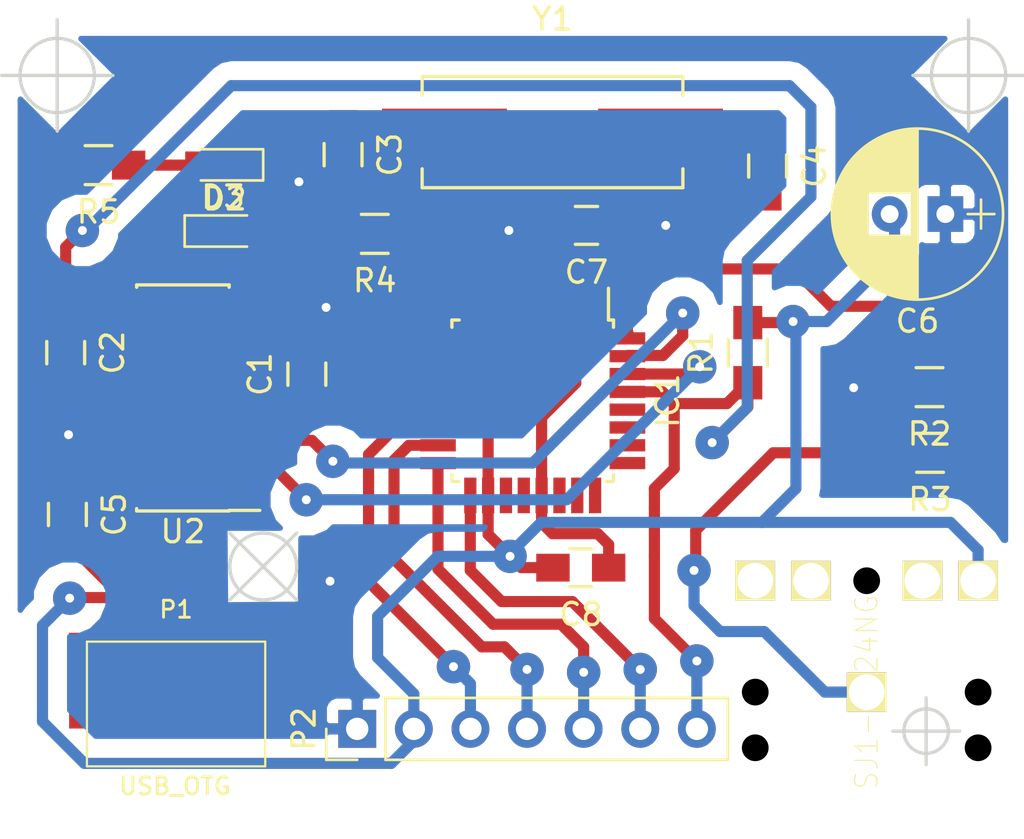
<source format=kicad_pcb>
(kicad_pcb (version 20160815) (host pcbnew "(2016-12-18 revision 3ffa37c)-master")

  (general
    (links 51)
    (no_connects 0)
    (area 0 0 0 0)
    (thickness 1.6)
    (drawings 4)
    (tracks 248)
    (zones 0)
    (modules 21)
    (nets 46)
  )

  (page USLetter)
  (layers
    (0 F.Cu signal)
    (31 B.Cu signal)
    (32 B.Adhes user)
    (33 F.Adhes user)
    (34 B.Paste user)
    (35 F.Paste user)
    (36 B.SilkS user)
    (37 F.SilkS user)
    (38 B.Mask user)
    (39 F.Mask user)
    (40 Dwgs.User user)
    (41 Cmts.User user)
    (42 Eco1.User user)
    (43 Eco2.User user)
    (44 Edge.Cuts user)
    (45 Margin user)
    (46 B.CrtYd user)
    (47 F.CrtYd user)
    (48 B.Fab user)
    (49 F.Fab user)
  )

  (setup
    (last_trace_width 0.5)
    (trace_clearance 0.5)
    (zone_clearance 0.85)
    (zone_45_only no)
    (trace_min 0.2)
    (segment_width 0.2)
    (edge_width 0.15)
    (via_size 1.5)
    (via_drill 0.4)
    (via_min_size 0.4)
    (via_min_drill 0.3)
    (uvia_size 0.3)
    (uvia_drill 0.1)
    (uvias_allowed no)
    (uvia_min_size 0.2)
    (uvia_min_drill 0.1)
    (pcb_text_width 0.3)
    (pcb_text_size 1.5 1.5)
    (mod_edge_width 0.15)
    (mod_text_size 1 1)
    (mod_text_width 0.15)
    (pad_size 1.524 1.524)
    (pad_drill 0.762)
    (pad_to_mask_clearance 0.2)
    (aux_axis_origin 0 0)
    (visible_elements FFFFFF7F)
    (pcbplotparams
      (layerselection 0x00080_7ffffffe)
      (usegerberextensions false)
      (excludeedgelayer false)
      (linewidth 0.100000)
      (plotframeref false)
      (viasonmask true)
      (mode 1)
      (useauxorigin false)
      (hpglpennumber 1)
      (hpglpenspeed 20)
      (hpglpendiameter 15)
      (psnegative false)
      (psa4output false)
      (plotreference true)
      (plotvalue true)
      (plotinvisibletext false)
      (padsonsilk false)
      (subtractmaskfromsilk false)
      (outputformat 4)
      (mirror true)
      (drillshape 0)
      (scaleselection 1)
      (outputdirectory ""))
  )

  (net 0 "")
  (net 1 "Net-(U1-Pad3)")
  (net 2 +5V)
  (net 3 "Net-(U1-Pad4)")
  (net 4 MM_TXD)
  (net 5 "Net-(P1-Pad2)")
  (net 6 "Net-(P1-Pad3)")
  (net 7 "Net-(P1-Pad4)")
  (net 8 GND)
  (net 9 "Net-(C2-Pad1)")
  (net 10 "Net-(U2-Pad15)")
  (net 11 "Net-(U2-Pad14)")
  (net 12 DTR)
  (net 13 "Net-(U2-Pad12)")
  (net 14 "Net-(U2-Pad11)")
  (net 15 "Net-(U2-Pad10)")
  (net 16 "Net-(U2-Pad9)")
  (net 17 "Net-(U2-Pad8)")
  (net 18 CLKOUT)
  (net 19 "Net-(C1-Pad1)")
  (net 20 TXD)
  (net 21 RXD)
  (net 22 "Net-(IC1-Pad28)")
  (net 23 "Net-(IC1-Pad27)")
  (net 24 "Net-(IC1-Pad26)")
  (net 25 "Net-(IC1-Pad25)")
  (net 26 "Net-(IC1-Pad24)")
  (net 27 "Net-(IC1-Pad23)")
  (net 28 "Net-(IC1-Pad22)")
  (net 29 "Net-(IC1-Pad20)")
  (net 30 "Net-(IC1-Pad19)")
  (net 31 "Net-(IC1-Pad17)")
  (net 32 "Net-(IC1-Pad16)")
  (net 33 "Net-(IC1-Pad15)")
  (net 34 "Net-(IC1-Pad14)")
  (net 35 "Net-(IC1-Pad13)")
  (net 36 "Net-(IC1-Pad11)")
  (net 37 "Net-(IC1-Pad10)")
  (net 38 "Net-(IC1-Pad9)")
  (net 39 "Net-(C3-Pad1)")
  (net 40 "Net-(C4-Pad1)")
  (net 41 "Net-(IC1-Pad2)")
  (net 42 "Net-(IC1-Pad1)")
  (net 43 "Net-(R3-Pad2)")
  (net 44 "Net-(D2-Pad2)")
  (net 45 "Net-(D3-Pad2)")

  (net_class Default "This is the default net class."
    (clearance 0.5)
    (trace_width 0.5)
    (via_dia 1.5)
    (via_drill 0.4)
    (uvia_dia 0.3)
    (uvia_drill 0.1)
    (diff_pair_gap 0.25)
    (diff_pair_width 0.2)
    (add_net +5V)
    (add_net CLKOUT)
    (add_net DTR)
    (add_net GND)
    (add_net MM_TXD)
    (add_net "Net-(C1-Pad1)")
    (add_net "Net-(C2-Pad1)")
    (add_net "Net-(C3-Pad1)")
    (add_net "Net-(C4-Pad1)")
    (add_net "Net-(D2-Pad2)")
    (add_net "Net-(D3-Pad2)")
    (add_net "Net-(IC1-Pad1)")
    (add_net "Net-(IC1-Pad10)")
    (add_net "Net-(IC1-Pad11)")
    (add_net "Net-(IC1-Pad13)")
    (add_net "Net-(IC1-Pad14)")
    (add_net "Net-(IC1-Pad15)")
    (add_net "Net-(IC1-Pad16)")
    (add_net "Net-(IC1-Pad17)")
    (add_net "Net-(IC1-Pad19)")
    (add_net "Net-(IC1-Pad2)")
    (add_net "Net-(IC1-Pad20)")
    (add_net "Net-(IC1-Pad22)")
    (add_net "Net-(IC1-Pad23)")
    (add_net "Net-(IC1-Pad24)")
    (add_net "Net-(IC1-Pad25)")
    (add_net "Net-(IC1-Pad26)")
    (add_net "Net-(IC1-Pad27)")
    (add_net "Net-(IC1-Pad28)")
    (add_net "Net-(IC1-Pad9)")
    (add_net "Net-(P1-Pad2)")
    (add_net "Net-(P1-Pad3)")
    (add_net "Net-(P1-Pad4)")
    (add_net "Net-(R3-Pad2)")
    (add_net "Net-(U1-Pad3)")
    (add_net "Net-(U1-Pad4)")
    (add_net "Net-(U2-Pad10)")
    (add_net "Net-(U2-Pad11)")
    (add_net "Net-(U2-Pad12)")
    (add_net "Net-(U2-Pad14)")
    (add_net "Net-(U2-Pad15)")
    (add_net "Net-(U2-Pad8)")
    (add_net "Net-(U2-Pad9)")
    (add_net RXD)
    (add_net TXD)
  )

  (module Capacitors_THT:CP_Radial_D7.5mm_P2.50mm (layer F.Cu) (tedit 58765D06) (tstamp 5882C7E9)
    (at 162.6108 90.1192 180)
    (descr "CP, Radial series, Radial, pin pitch=2.50mm, , diameter=7.5mm, Electrolytic Capacitor")
    (tags "CP Radial series Radial pin pitch 2.50mm  diameter 7.5mm Electrolytic Capacitor")
    (path /587F9337)
    (fp_text reference C6 (at 1.25 -4.81 180) (layer F.SilkS)
      (effects (font (size 1 1) (thickness 0.15)))
    )
    (fp_text value 47u (at 1.25 4.81 180) (layer F.Fab)
      (effects (font (size 1 1) (thickness 0.15)))
    )
    (fp_line (start 5.35 -4.1) (end -2.85 -4.1) (layer F.CrtYd) (width 0.05))
    (fp_line (start 5.35 4.1) (end 5.35 -4.1) (layer F.CrtYd) (width 0.05))
    (fp_line (start -2.85 4.1) (end 5.35 4.1) (layer F.CrtYd) (width 0.05))
    (fp_line (start -2.85 -4.1) (end -2.85 4.1) (layer F.CrtYd) (width 0.05))
    (fp_line (start -1.6 -0.65) (end -1.6 0.65) (layer F.SilkS) (width 0.12))
    (fp_line (start -2.2 0) (end -1 0) (layer F.SilkS) (width 0.12))
    (fp_line (start 5.051 -0.513) (end 5.051 0.513) (layer F.SilkS) (width 0.12))
    (fp_line (start 5.011 -0.74) (end 5.011 0.74) (layer F.SilkS) (width 0.12))
    (fp_line (start 4.971 -0.913) (end 4.971 0.913) (layer F.SilkS) (width 0.12))
    (fp_line (start 4.931 -1.057) (end 4.931 1.057) (layer F.SilkS) (width 0.12))
    (fp_line (start 4.891 -1.184) (end 4.891 1.184) (layer F.SilkS) (width 0.12))
    (fp_line (start 4.851 -1.297) (end 4.851 1.297) (layer F.SilkS) (width 0.12))
    (fp_line (start 4.811 -1.4) (end 4.811 1.4) (layer F.SilkS) (width 0.12))
    (fp_line (start 4.771 -1.495) (end 4.771 1.495) (layer F.SilkS) (width 0.12))
    (fp_line (start 4.731 -1.584) (end 4.731 1.584) (layer F.SilkS) (width 0.12))
    (fp_line (start 4.691 -1.667) (end 4.691 1.667) (layer F.SilkS) (width 0.12))
    (fp_line (start 4.651 -1.745) (end 4.651 1.745) (layer F.SilkS) (width 0.12))
    (fp_line (start 4.611 -1.82) (end 4.611 1.82) (layer F.SilkS) (width 0.12))
    (fp_line (start 4.571 -1.89) (end 4.571 1.89) (layer F.SilkS) (width 0.12))
    (fp_line (start 4.531 -1.957) (end 4.531 1.957) (layer F.SilkS) (width 0.12))
    (fp_line (start 4.491 -2.022) (end 4.491 2.022) (layer F.SilkS) (width 0.12))
    (fp_line (start 4.451 -2.083) (end 4.451 2.083) (layer F.SilkS) (width 0.12))
    (fp_line (start 4.411 -2.142) (end 4.411 2.142) (layer F.SilkS) (width 0.12))
    (fp_line (start 4.371 -2.199) (end 4.371 2.199) (layer F.SilkS) (width 0.12))
    (fp_line (start 4.331 -2.254) (end 4.331 2.254) (layer F.SilkS) (width 0.12))
    (fp_line (start 4.291 -2.307) (end 4.291 2.307) (layer F.SilkS) (width 0.12))
    (fp_line (start 4.251 -2.357) (end 4.251 2.357) (layer F.SilkS) (width 0.12))
    (fp_line (start 4.211 -2.407) (end 4.211 2.407) (layer F.SilkS) (width 0.12))
    (fp_line (start 4.171 -2.454) (end 4.171 2.454) (layer F.SilkS) (width 0.12))
    (fp_line (start 4.131 -2.5) (end 4.131 2.5) (layer F.SilkS) (width 0.12))
    (fp_line (start 4.091 -2.545) (end 4.091 2.545) (layer F.SilkS) (width 0.12))
    (fp_line (start 4.051 -2.588) (end 4.051 2.588) (layer F.SilkS) (width 0.12))
    (fp_line (start 4.011 -2.63) (end 4.011 2.63) (layer F.SilkS) (width 0.12))
    (fp_line (start 3.971 -2.671) (end 3.971 2.671) (layer F.SilkS) (width 0.12))
    (fp_line (start 3.931 -2.711) (end 3.931 2.711) (layer F.SilkS) (width 0.12))
    (fp_line (start 3.891 -2.749) (end 3.891 2.749) (layer F.SilkS) (width 0.12))
    (fp_line (start 3.851 -2.786) (end 3.851 2.786) (layer F.SilkS) (width 0.12))
    (fp_line (start 3.811 -2.823) (end 3.811 2.823) (layer F.SilkS) (width 0.12))
    (fp_line (start 3.771 -2.858) (end 3.771 2.858) (layer F.SilkS) (width 0.12))
    (fp_line (start 3.731 -2.892) (end 3.731 2.892) (layer F.SilkS) (width 0.12))
    (fp_line (start 3.691 -2.926) (end 3.691 2.926) (layer F.SilkS) (width 0.12))
    (fp_line (start 3.651 -2.958) (end 3.651 2.958) (layer F.SilkS) (width 0.12))
    (fp_line (start 3.611 -2.99) (end 3.611 2.99) (layer F.SilkS) (width 0.12))
    (fp_line (start 3.571 -3.02) (end 3.571 3.02) (layer F.SilkS) (width 0.12))
    (fp_line (start 3.531 -3.05) (end 3.531 3.05) (layer F.SilkS) (width 0.12))
    (fp_line (start 3.491 -3.079) (end 3.491 3.079) (layer F.SilkS) (width 0.12))
    (fp_line (start 3.451 0.98) (end 3.451 3.108) (layer F.SilkS) (width 0.12))
    (fp_line (start 3.451 -3.108) (end 3.451 -0.98) (layer F.SilkS) (width 0.12))
    (fp_line (start 3.411 0.98) (end 3.411 3.135) (layer F.SilkS) (width 0.12))
    (fp_line (start 3.411 -3.135) (end 3.411 -0.98) (layer F.SilkS) (width 0.12))
    (fp_line (start 3.371 0.98) (end 3.371 3.162) (layer F.SilkS) (width 0.12))
    (fp_line (start 3.371 -3.162) (end 3.371 -0.98) (layer F.SilkS) (width 0.12))
    (fp_line (start 3.331 0.98) (end 3.331 3.188) (layer F.SilkS) (width 0.12))
    (fp_line (start 3.331 -3.188) (end 3.331 -0.98) (layer F.SilkS) (width 0.12))
    (fp_line (start 3.291 0.98) (end 3.291 3.214) (layer F.SilkS) (width 0.12))
    (fp_line (start 3.291 -3.214) (end 3.291 -0.98) (layer F.SilkS) (width 0.12))
    (fp_line (start 3.251 0.98) (end 3.251 3.239) (layer F.SilkS) (width 0.12))
    (fp_line (start 3.251 -3.239) (end 3.251 -0.98) (layer F.SilkS) (width 0.12))
    (fp_line (start 3.211 0.98) (end 3.211 3.263) (layer F.SilkS) (width 0.12))
    (fp_line (start 3.211 -3.263) (end 3.211 -0.98) (layer F.SilkS) (width 0.12))
    (fp_line (start 3.171 0.98) (end 3.171 3.286) (layer F.SilkS) (width 0.12))
    (fp_line (start 3.171 -3.286) (end 3.171 -0.98) (layer F.SilkS) (width 0.12))
    (fp_line (start 3.131 0.98) (end 3.131 3.309) (layer F.SilkS) (width 0.12))
    (fp_line (start 3.131 -3.309) (end 3.131 -0.98) (layer F.SilkS) (width 0.12))
    (fp_line (start 3.091 0.98) (end 3.091 3.331) (layer F.SilkS) (width 0.12))
    (fp_line (start 3.091 -3.331) (end 3.091 -0.98) (layer F.SilkS) (width 0.12))
    (fp_line (start 3.051 0.98) (end 3.051 3.352) (layer F.SilkS) (width 0.12))
    (fp_line (start 3.051 -3.352) (end 3.051 -0.98) (layer F.SilkS) (width 0.12))
    (fp_line (start 3.011 0.98) (end 3.011 3.373) (layer F.SilkS) (width 0.12))
    (fp_line (start 3.011 -3.373) (end 3.011 -0.98) (layer F.SilkS) (width 0.12))
    (fp_line (start 2.971 0.98) (end 2.971 3.394) (layer F.SilkS) (width 0.12))
    (fp_line (start 2.971 -3.394) (end 2.971 -0.98) (layer F.SilkS) (width 0.12))
    (fp_line (start 2.931 0.98) (end 2.931 3.413) (layer F.SilkS) (width 0.12))
    (fp_line (start 2.931 -3.413) (end 2.931 -0.98) (layer F.SilkS) (width 0.12))
    (fp_line (start 2.891 0.98) (end 2.891 3.433) (layer F.SilkS) (width 0.12))
    (fp_line (start 2.891 -3.433) (end 2.891 -0.98) (layer F.SilkS) (width 0.12))
    (fp_line (start 2.851 0.98) (end 2.851 3.451) (layer F.SilkS) (width 0.12))
    (fp_line (start 2.851 -3.451) (end 2.851 -0.98) (layer F.SilkS) (width 0.12))
    (fp_line (start 2.811 0.98) (end 2.811 3.469) (layer F.SilkS) (width 0.12))
    (fp_line (start 2.811 -3.469) (end 2.811 -0.98) (layer F.SilkS) (width 0.12))
    (fp_line (start 2.771 0.98) (end 2.771 3.487) (layer F.SilkS) (width 0.12))
    (fp_line (start 2.771 -3.487) (end 2.771 -0.98) (layer F.SilkS) (width 0.12))
    (fp_line (start 2.731 0.98) (end 2.731 3.504) (layer F.SilkS) (width 0.12))
    (fp_line (start 2.731 -3.504) (end 2.731 -0.98) (layer F.SilkS) (width 0.12))
    (fp_line (start 2.691 0.98) (end 2.691 3.52) (layer F.SilkS) (width 0.12))
    (fp_line (start 2.691 -3.52) (end 2.691 -0.98) (layer F.SilkS) (width 0.12))
    (fp_line (start 2.651 0.98) (end 2.651 3.536) (layer F.SilkS) (width 0.12))
    (fp_line (start 2.651 -3.536) (end 2.651 -0.98) (layer F.SilkS) (width 0.12))
    (fp_line (start 2.611 0.98) (end 2.611 3.552) (layer F.SilkS) (width 0.12))
    (fp_line (start 2.611 -3.552) (end 2.611 -0.98) (layer F.SilkS) (width 0.12))
    (fp_line (start 2.571 0.98) (end 2.571 3.566) (layer F.SilkS) (width 0.12))
    (fp_line (start 2.571 -3.566) (end 2.571 -0.98) (layer F.SilkS) (width 0.12))
    (fp_line (start 2.531 0.98) (end 2.531 3.581) (layer F.SilkS) (width 0.12))
    (fp_line (start 2.531 -3.581) (end 2.531 -0.98) (layer F.SilkS) (width 0.12))
    (fp_line (start 2.491 0.98) (end 2.491 3.595) (layer F.SilkS) (width 0.12))
    (fp_line (start 2.491 -3.595) (end 2.491 -0.98) (layer F.SilkS) (width 0.12))
    (fp_line (start 2.451 0.98) (end 2.451 3.608) (layer F.SilkS) (width 0.12))
    (fp_line (start 2.451 -3.608) (end 2.451 -0.98) (layer F.SilkS) (width 0.12))
    (fp_line (start 2.411 0.98) (end 2.411 3.621) (layer F.SilkS) (width 0.12))
    (fp_line (start 2.411 -3.621) (end 2.411 -0.98) (layer F.SilkS) (width 0.12))
    (fp_line (start 2.371 0.98) (end 2.371 3.634) (layer F.SilkS) (width 0.12))
    (fp_line (start 2.371 -3.634) (end 2.371 -0.98) (layer F.SilkS) (width 0.12))
    (fp_line (start 2.331 0.98) (end 2.331 3.645) (layer F.SilkS) (width 0.12))
    (fp_line (start 2.331 -3.645) (end 2.331 -0.98) (layer F.SilkS) (width 0.12))
    (fp_line (start 2.291 0.98) (end 2.291 3.657) (layer F.SilkS) (width 0.12))
    (fp_line (start 2.291 -3.657) (end 2.291 -0.98) (layer F.SilkS) (width 0.12))
    (fp_line (start 2.251 0.98) (end 2.251 3.668) (layer F.SilkS) (width 0.12))
    (fp_line (start 2.251 -3.668) (end 2.251 -0.98) (layer F.SilkS) (width 0.12))
    (fp_line (start 2.211 0.98) (end 2.211 3.679) (layer F.SilkS) (width 0.12))
    (fp_line (start 2.211 -3.679) (end 2.211 -0.98) (layer F.SilkS) (width 0.12))
    (fp_line (start 2.171 0.98) (end 2.171 3.689) (layer F.SilkS) (width 0.12))
    (fp_line (start 2.171 -3.689) (end 2.171 -0.98) (layer F.SilkS) (width 0.12))
    (fp_line (start 2.131 0.98) (end 2.131 3.698) (layer F.SilkS) (width 0.12))
    (fp_line (start 2.131 -3.698) (end 2.131 -0.98) (layer F.SilkS) (width 0.12))
    (fp_line (start 2.091 0.98) (end 2.091 3.707) (layer F.SilkS) (width 0.12))
    (fp_line (start 2.091 -3.707) (end 2.091 -0.98) (layer F.SilkS) (width 0.12))
    (fp_line (start 2.051 0.98) (end 2.051 3.716) (layer F.SilkS) (width 0.12))
    (fp_line (start 2.051 -3.716) (end 2.051 -0.98) (layer F.SilkS) (width 0.12))
    (fp_line (start 2.011 0.98) (end 2.011 3.725) (layer F.SilkS) (width 0.12))
    (fp_line (start 2.011 -3.725) (end 2.011 -0.98) (layer F.SilkS) (width 0.12))
    (fp_line (start 1.971 0.98) (end 1.971 3.732) (layer F.SilkS) (width 0.12))
    (fp_line (start 1.971 -3.732) (end 1.971 -0.98) (layer F.SilkS) (width 0.12))
    (fp_line (start 1.93 0.98) (end 1.93 3.74) (layer F.SilkS) (width 0.12))
    (fp_line (start 1.93 -3.74) (end 1.93 -0.98) (layer F.SilkS) (width 0.12))
    (fp_line (start 1.89 0.98) (end 1.89 3.747) (layer F.SilkS) (width 0.12))
    (fp_line (start 1.89 -3.747) (end 1.89 -0.98) (layer F.SilkS) (width 0.12))
    (fp_line (start 1.85 0.98) (end 1.85 3.753) (layer F.SilkS) (width 0.12))
    (fp_line (start 1.85 -3.753) (end 1.85 -0.98) (layer F.SilkS) (width 0.12))
    (fp_line (start 1.81 0.98) (end 1.81 3.759) (layer F.SilkS) (width 0.12))
    (fp_line (start 1.81 -3.759) (end 1.81 -0.98) (layer F.SilkS) (width 0.12))
    (fp_line (start 1.77 0.98) (end 1.77 3.765) (layer F.SilkS) (width 0.12))
    (fp_line (start 1.77 -3.765) (end 1.77 -0.98) (layer F.SilkS) (width 0.12))
    (fp_line (start 1.73 0.98) (end 1.73 3.77) (layer F.SilkS) (width 0.12))
    (fp_line (start 1.73 -3.77) (end 1.73 -0.98) (layer F.SilkS) (width 0.12))
    (fp_line (start 1.69 0.98) (end 1.69 3.775) (layer F.SilkS) (width 0.12))
    (fp_line (start 1.69 -3.775) (end 1.69 -0.98) (layer F.SilkS) (width 0.12))
    (fp_line (start 1.65 0.98) (end 1.65 3.78) (layer F.SilkS) (width 0.12))
    (fp_line (start 1.65 -3.78) (end 1.65 -0.98) (layer F.SilkS) (width 0.12))
    (fp_line (start 1.61 0.98) (end 1.61 3.784) (layer F.SilkS) (width 0.12))
    (fp_line (start 1.61 -3.784) (end 1.61 -0.98) (layer F.SilkS) (width 0.12))
    (fp_line (start 1.57 0.98) (end 1.57 3.787) (layer F.SilkS) (width 0.12))
    (fp_line (start 1.57 -3.787) (end 1.57 -0.98) (layer F.SilkS) (width 0.12))
    (fp_line (start 1.53 0.98) (end 1.53 3.79) (layer F.SilkS) (width 0.12))
    (fp_line (start 1.53 -3.79) (end 1.53 -0.98) (layer F.SilkS) (width 0.12))
    (fp_line (start 1.49 -3.793) (end 1.49 3.793) (layer F.SilkS) (width 0.12))
    (fp_line (start 1.45 -3.795) (end 1.45 3.795) (layer F.SilkS) (width 0.12))
    (fp_line (start 1.41 -3.797) (end 1.41 3.797) (layer F.SilkS) (width 0.12))
    (fp_line (start 1.37 -3.799) (end 1.37 3.799) (layer F.SilkS) (width 0.12))
    (fp_line (start 1.33 -3.8) (end 1.33 3.8) (layer F.SilkS) (width 0.12))
    (fp_line (start 1.29 -3.8) (end 1.29 3.8) (layer F.SilkS) (width 0.12))
    (fp_line (start 1.25 -3.8) (end 1.25 3.8) (layer F.SilkS) (width 0.12))
    (fp_line (start -1.6 -0.65) (end -1.6 0.65) (layer F.Fab) (width 0.1))
    (fp_line (start -2.2 0) (end -1 0) (layer F.Fab) (width 0.1))
    (fp_circle (center 1.25 0) (end 5.09 0) (layer F.SilkS) (width 0.12))
    (fp_circle (center 1.25 0) (end 5 0) (layer F.Fab) (width 0.1))
    (pad 2 thru_hole circle (at 2.5 0 180) (size 1.6 1.6) (drill 0.8) (layers *.Cu *.Mask)
      (net 2 +5V))
    (pad 1 thru_hole rect (at 0 0 180) (size 1.6 1.6) (drill 0.8) (layers *.Cu *.Mask)
      (net 8 GND))
    (model Capacitors_ThroughHole.3dshapes/CP_Radial_D7.5mm_P2.50mm.wrl
      (at (xyz 0 0 0))
      (scale (xyz 0.393701 0.393701 0.393701))
      (rotate (xyz 0 0 0))
    )
  )

  (module bullion:MICRO-B_USB (layer F.Cu) (tedit 58745E93) (tstamp 5882C54F)
    (at 128.0922 113.7158)
    (path /587AC840)
    (fp_text reference P1 (at 0 -5.842) (layer F.SilkS)
      (effects (font (size 0.762 0.762) (thickness 0.127)))
    )
    (fp_text value USB_OTG (at -0.05 2.09) (layer F.SilkS)
      (effects (font (size 0.762 0.762) (thickness 0.127)))
    )
    (fp_line (start -4.0005 1.00076) (end -4.0005 1.19888) (layer F.SilkS) (width 0.09906))
    (fp_line (start 4.0005 1.00076) (end 4.0005 1.19888) (layer F.SilkS) (width 0.09906))
    (fp_line (start -4.0005 -4.39928) (end 4.0005 -4.39928) (layer F.SilkS) (width 0.09906))
    (fp_line (start 4.0005 -4.39928) (end 4.0005 1.00076) (layer F.SilkS) (width 0.09906))
    (fp_line (start 4.0005 1.19888) (end -4.0005 1.19888) (layer F.SilkS) (width 0.09906))
    (fp_line (start -4.0005 1.00076) (end -4.0005 -4.39928) (layer F.SilkS) (width 0.09906))
    (pad "" smd rect (at -1.19888 -1.4478) (size 1.89738 1.89738) (layers F.Cu F.Paste F.Mask))
    (pad "" smd rect (at 1.19888 -1.4478) (size 1.89992 1.89738) (layers F.Cu F.Paste F.Mask))
    (pad "" smd rect (at 4.064 -1.4478) (size 2 1.89738) (layers F.Cu F.Paste F.Mask))
    (pad "" smd rect (at -3.556 -3.99796) (size 2.5 1.59766) (layers F.Cu F.Paste F.Mask))
    (pad 1 smd rect (at -1.29794 -4.12496) (size 0.39878 1.3462) (layers F.Cu F.Paste F.Mask)
      (net 2 +5V) (clearance 0.2032))
    (pad 2 smd rect (at -0.6477 -4.12496) (size 0.39878 1.3462) (layers F.Cu F.Paste F.Mask)
      (net 5 "Net-(P1-Pad2)") (clearance 0.2032))
    (pad 3 smd rect (at 0 -4.12496) (size 0.39878 1.3462) (layers F.Cu F.Paste F.Mask)
      (net 6 "Net-(P1-Pad3)") (clearance 0.2032))
    (pad 4 smd rect (at 0.6477 -4.12496) (size 0.39878 1.3462) (layers F.Cu F.Paste F.Mask)
      (net 7 "Net-(P1-Pad4)") (clearance 0.2032))
    (pad 5 smd rect (at 1.29794 -4.12496) (size 0.39878 1.3462) (layers F.Cu F.Paste F.Mask)
      (net 8 GND) (clearance 0.2032))
    (pad "" smd rect (at 3.81 -3.99796) (size 2.5 1.59766) (layers F.Cu F.Paste F.Mask))
    (pad "" smd rect (at -3.79984 -1.4478) (size 2 1.89738) (layers F.Cu F.Paste F.Mask))
  )

  (module LEDs:LED_0805 (layer F.Cu) (tedit 57FE93EC) (tstamp 5882B851)
    (at 130.2004 87.9094 180)
    (descr "LED 0805 smd package")
    (tags "LED led 0805 SMD smd SMT smt smdled SMDLED smtled SMTLED")
    (path /5882B4A7)
    (attr smd)
    (fp_text reference D3 (at 0 -1.45 180) (layer F.SilkS)
      (effects (font (size 1 1) (thickness 0.15)))
    )
    (fp_text value RED (at 0 1.55 180) (layer F.Fab)
      (effects (font (size 1 1) (thickness 0.15)))
    )
    (fp_line (start -1.8 -0.7) (end -1.8 0.7) (layer F.SilkS) (width 0.12))
    (fp_line (start -0.4 -0.4) (end -0.4 0.4) (layer F.Fab) (width 0.1))
    (fp_line (start -0.4 0) (end 0.2 -0.4) (layer F.Fab) (width 0.1))
    (fp_line (start 0.2 0.4) (end -0.4 0) (layer F.Fab) (width 0.1))
    (fp_line (start 0.2 -0.4) (end 0.2 0.4) (layer F.Fab) (width 0.1))
    (fp_line (start 1 0.6) (end -1 0.6) (layer F.Fab) (width 0.1))
    (fp_line (start 1 -0.6) (end 1 0.6) (layer F.Fab) (width 0.1))
    (fp_line (start -1 -0.6) (end 1 -0.6) (layer F.Fab) (width 0.1))
    (fp_line (start -1 0.6) (end -1 -0.6) (layer F.Fab) (width 0.1))
    (fp_line (start -1.8 0.7) (end 1 0.7) (layer F.SilkS) (width 0.12))
    (fp_line (start -1.8 -0.7) (end 1 -0.7) (layer F.SilkS) (width 0.12))
    (fp_line (start 1.95 -0.85) (end 1.95 0.85) (layer F.CrtYd) (width 0.05))
    (fp_line (start 1.95 0.85) (end -1.95 0.85) (layer F.CrtYd) (width 0.05))
    (fp_line (start -1.95 0.85) (end -1.95 -0.85) (layer F.CrtYd) (width 0.05))
    (fp_line (start -1.95 -0.85) (end 1.95 -0.85) (layer F.CrtYd) (width 0.05))
    (pad 2 smd rect (at 1.1 0) (size 1.2 1.2) (layers F.Cu F.Paste F.Mask)
      (net 45 "Net-(D3-Pad2)"))
    (pad 1 smd rect (at -1.1 0) (size 1.2 1.2) (layers F.Cu F.Paste F.Mask)
      (net 8 GND))
    (model LEDs.3dshapes/LED_0805.wrl
      (at (xyz 0 0 0))
      (scale (xyz 1 1 1))
      (rotate (xyz 0 0 180))
    )
  )

  (module LEDs:LED_0805 (layer F.Cu) (tedit 57FE93EC) (tstamp 5882B841)
    (at 130.2766 90.8812)
    (descr "LED 0805 smd package")
    (tags "LED led 0805 SMD smd SMT smt smdled SMDLED smtled SMTLED")
    (path /5882B976)
    (attr smd)
    (fp_text reference D2 (at 0 -1.45) (layer F.SilkS)
      (effects (font (size 1 1) (thickness 0.15)))
    )
    (fp_text value BLUE (at 0 1.55) (layer F.Fab)
      (effects (font (size 1 1) (thickness 0.15)))
    )
    (fp_line (start -1.95 -0.85) (end 1.95 -0.85) (layer F.CrtYd) (width 0.05))
    (fp_line (start -1.95 0.85) (end -1.95 -0.85) (layer F.CrtYd) (width 0.05))
    (fp_line (start 1.95 0.85) (end -1.95 0.85) (layer F.CrtYd) (width 0.05))
    (fp_line (start 1.95 -0.85) (end 1.95 0.85) (layer F.CrtYd) (width 0.05))
    (fp_line (start -1.8 -0.7) (end 1 -0.7) (layer F.SilkS) (width 0.12))
    (fp_line (start -1.8 0.7) (end 1 0.7) (layer F.SilkS) (width 0.12))
    (fp_line (start -1 0.6) (end -1 -0.6) (layer F.Fab) (width 0.1))
    (fp_line (start -1 -0.6) (end 1 -0.6) (layer F.Fab) (width 0.1))
    (fp_line (start 1 -0.6) (end 1 0.6) (layer F.Fab) (width 0.1))
    (fp_line (start 1 0.6) (end -1 0.6) (layer F.Fab) (width 0.1))
    (fp_line (start 0.2 -0.4) (end 0.2 0.4) (layer F.Fab) (width 0.1))
    (fp_line (start 0.2 0.4) (end -0.4 0) (layer F.Fab) (width 0.1))
    (fp_line (start -0.4 0) (end 0.2 -0.4) (layer F.Fab) (width 0.1))
    (fp_line (start -0.4 -0.4) (end -0.4 0.4) (layer F.Fab) (width 0.1))
    (fp_line (start -1.8 -0.7) (end -1.8 0.7) (layer F.SilkS) (width 0.12))
    (pad 1 smd rect (at -1.1 0 180) (size 1.2 1.2) (layers F.Cu F.Paste F.Mask)
      (net 8 GND))
    (pad 2 smd rect (at 1.1 0 180) (size 1.2 1.2) (layers F.Cu F.Paste F.Mask)
      (net 44 "Net-(D2-Pad2)"))
    (model LEDs.3dshapes/LED_0805.wrl
      (at (xyz 0 0 0))
      (scale (xyz 1 1 1))
      (rotate (xyz 0 0 180))
    )
  )

  (module Resistors_SMD:R_0805_HandSoldering (layer F.Cu) (tedit 58307B90) (tstamp 5882B801)
    (at 124.6124 87.9221 180)
    (descr "Resistor SMD 0805, hand soldering")
    (tags "resistor 0805")
    (path /5882B43B)
    (attr smd)
    (fp_text reference R5 (at 0 -2.1 180) (layer F.SilkS)
      (effects (font (size 1 1) (thickness 0.15)))
    )
    (fp_text value 220 (at 0 2.1 180) (layer F.Fab)
      (effects (font (size 1 1) (thickness 0.15)))
    )
    (fp_line (start -1 0.625) (end -1 -0.625) (layer F.Fab) (width 0.1))
    (fp_line (start 1 0.625) (end -1 0.625) (layer F.Fab) (width 0.1))
    (fp_line (start 1 -0.625) (end 1 0.625) (layer F.Fab) (width 0.1))
    (fp_line (start -1 -0.625) (end 1 -0.625) (layer F.Fab) (width 0.1))
    (fp_line (start -2.4 -1) (end 2.4 -1) (layer F.CrtYd) (width 0.05))
    (fp_line (start -2.4 1) (end 2.4 1) (layer F.CrtYd) (width 0.05))
    (fp_line (start -2.4 -1) (end -2.4 1) (layer F.CrtYd) (width 0.05))
    (fp_line (start 2.4 -1) (end 2.4 1) (layer F.CrtYd) (width 0.05))
    (fp_line (start 0.6 0.875) (end -0.6 0.875) (layer F.SilkS) (width 0.15))
    (fp_line (start -0.6 -0.875) (end 0.6 -0.875) (layer F.SilkS) (width 0.15))
    (pad 1 smd rect (at -1.35 0 180) (size 1.5 1.3) (layers F.Cu F.Paste F.Mask)
      (net 45 "Net-(D3-Pad2)"))
    (pad 2 smd rect (at 1.35 0 180) (size 1.5 1.3) (layers F.Cu F.Paste F.Mask)
      (net 2 +5V))
    (model Resistors_SMD.3dshapes/R_0805_HandSoldering.wrl
      (at (xyz 0 0 0))
      (scale (xyz 1 1 1))
      (rotate (xyz 0 0 0))
    )
  )

  (module Resistors_SMD:R_0805_HandSoldering (layer F.Cu) (tedit 58307B90) (tstamp 5882B7F1)
    (at 137.0076 91.0082 180)
    (descr "Resistor SMD 0805, hand soldering")
    (tags "resistor 0805")
    (path /5882B8F7)
    (attr smd)
    (fp_text reference R4 (at 0 -2.1 180) (layer F.SilkS)
      (effects (font (size 1 1) (thickness 0.15)))
    )
    (fp_text value 82 (at 0 2.1 180) (layer F.Fab)
      (effects (font (size 1 1) (thickness 0.15)))
    )
    (fp_line (start -0.6 -0.875) (end 0.6 -0.875) (layer F.SilkS) (width 0.15))
    (fp_line (start 0.6 0.875) (end -0.6 0.875) (layer F.SilkS) (width 0.15))
    (fp_line (start 2.4 -1) (end 2.4 1) (layer F.CrtYd) (width 0.05))
    (fp_line (start -2.4 -1) (end -2.4 1) (layer F.CrtYd) (width 0.05))
    (fp_line (start -2.4 1) (end 2.4 1) (layer F.CrtYd) (width 0.05))
    (fp_line (start -2.4 -1) (end 2.4 -1) (layer F.CrtYd) (width 0.05))
    (fp_line (start -1 -0.625) (end 1 -0.625) (layer F.Fab) (width 0.1))
    (fp_line (start 1 -0.625) (end 1 0.625) (layer F.Fab) (width 0.1))
    (fp_line (start 1 0.625) (end -1 0.625) (layer F.Fab) (width 0.1))
    (fp_line (start -1 0.625) (end -1 -0.625) (layer F.Fab) (width 0.1))
    (pad 2 smd rect (at 1.35 0 180) (size 1.5 1.3) (layers F.Cu F.Paste F.Mask)
      (net 44 "Net-(D2-Pad2)"))
    (pad 1 smd rect (at -1.35 0 180) (size 1.5 1.3) (layers F.Cu F.Paste F.Mask)
      (net 38 "Net-(IC1-Pad9)"))
    (model Resistors_SMD.3dshapes/R_0805_HandSoldering.wrl
      (at (xyz 0 0 0))
      (scale (xyz 1 1 1))
      (rotate (xyz 0 0 0))
    )
  )

  (module Resistors_SMD:R_0805_HandSoldering (layer F.Cu) (tedit 58307B90) (tstamp 5882B20B)
    (at 161.925 100.838 180)
    (descr "Resistor SMD 0805, hand soldering")
    (tags "resistor 0805")
    (path /5882B0C1)
    (attr smd)
    (fp_text reference R3 (at 0 -2.1 180) (layer F.SilkS)
      (effects (font (size 1 1) (thickness 0.15)))
    )
    (fp_text value 220 (at 0 2.1 180) (layer F.Fab)
      (effects (font (size 1 1) (thickness 0.15)))
    )
    (fp_line (start -0.6 -0.875) (end 0.6 -0.875) (layer F.SilkS) (width 0.15))
    (fp_line (start 0.6 0.875) (end -0.6 0.875) (layer F.SilkS) (width 0.15))
    (fp_line (start 2.4 -1) (end 2.4 1) (layer F.CrtYd) (width 0.05))
    (fp_line (start -2.4 -1) (end -2.4 1) (layer F.CrtYd) (width 0.05))
    (fp_line (start -2.4 1) (end 2.4 1) (layer F.CrtYd) (width 0.05))
    (fp_line (start -2.4 -1) (end 2.4 -1) (layer F.CrtYd) (width 0.05))
    (fp_line (start -1 -0.625) (end 1 -0.625) (layer F.Fab) (width 0.1))
    (fp_line (start 1 -0.625) (end 1 0.625) (layer F.Fab) (width 0.1))
    (fp_line (start 1 0.625) (end -1 0.625) (layer F.Fab) (width 0.1))
    (fp_line (start -1 0.625) (end -1 -0.625) (layer F.Fab) (width 0.1))
    (pad 2 smd rect (at 1.35 0 180) (size 1.5 1.3) (layers F.Cu F.Paste F.Mask)
      (net 43 "Net-(R3-Pad2)"))
    (pad 1 smd rect (at -1.35 0 180) (size 1.5 1.3) (layers F.Cu F.Paste F.Mask)
      (net 4 MM_TXD))
    (model Resistors_SMD.3dshapes/R_0805_HandSoldering.wrl
      (at (xyz 0 0 0))
      (scale (xyz 1 1 1))
      (rotate (xyz 0 0 0))
    )
  )

  (module Resistors_SMD:R_0805_HandSoldering (layer F.Cu) (tedit 58307B90) (tstamp 5882A191)
    (at 161.8996 97.8916 180)
    (descr "Resistor SMD 0805, hand soldering")
    (tags "resistor 0805")
    (path /5882A265)
    (attr smd)
    (fp_text reference R2 (at 0 -2.1 180) (layer F.SilkS)
      (effects (font (size 1 1) (thickness 0.15)))
    )
    (fp_text value 2.2k (at 0 2.1 180) (layer F.Fab)
      (effects (font (size 1 1) (thickness 0.15)))
    )
    (fp_line (start -0.6 -0.875) (end 0.6 -0.875) (layer F.SilkS) (width 0.15))
    (fp_line (start 0.6 0.875) (end -0.6 0.875) (layer F.SilkS) (width 0.15))
    (fp_line (start 2.4 -1) (end 2.4 1) (layer F.CrtYd) (width 0.05))
    (fp_line (start -2.4 -1) (end -2.4 1) (layer F.CrtYd) (width 0.05))
    (fp_line (start -2.4 1) (end 2.4 1) (layer F.CrtYd) (width 0.05))
    (fp_line (start -2.4 -1) (end 2.4 -1) (layer F.CrtYd) (width 0.05))
    (fp_line (start -1 -0.625) (end 1 -0.625) (layer F.Fab) (width 0.1))
    (fp_line (start 1 -0.625) (end 1 0.625) (layer F.Fab) (width 0.1))
    (fp_line (start 1 0.625) (end -1 0.625) (layer F.Fab) (width 0.1))
    (fp_line (start -1 0.625) (end -1 -0.625) (layer F.Fab) (width 0.1))
    (pad 2 smd rect (at 1.35 0 180) (size 1.5 1.3) (layers F.Cu F.Paste F.Mask)
      (net 8 GND))
    (pad 1 smd rect (at -1.35 0 180) (size 1.5 1.3) (layers F.Cu F.Paste F.Mask)
      (net 4 MM_TXD))
    (model Resistors_SMD.3dshapes/R_0805_HandSoldering.wrl
      (at (xyz 0 0 0))
      (scale (xyz 1 1 1))
      (rotate (xyz 0 0 0))
    )
  )

  (module Pin_Headers:Pin_Header_Straight_1x07_Pitch2.54mm (layer F.Cu) (tedit 5862ED52) (tstamp 587B0054)
    (at 136.2202 113.2332 90)
    (descr "Through hole straight pin header, 1x07, 2.54mm pitch, single row")
    (tags "Through hole pin header THT 1x07 2.54mm single row")
    (path /587AFEEA)
    (fp_text reference P2 (at 0 -2.39 90) (layer F.SilkS)
      (effects (font (size 1 1) (thickness 0.15)))
    )
    (fp_text value CONN_01X07 (at 0 17.63 90) (layer F.Fab)
      (effects (font (size 1 1) (thickness 0.15)))
    )
    (fp_line (start 1.6 -1.6) (end -1.6 -1.6) (layer F.CrtYd) (width 0.05))
    (fp_line (start 1.6 16.8) (end 1.6 -1.6) (layer F.CrtYd) (width 0.05))
    (fp_line (start -1.6 16.8) (end 1.6 16.8) (layer F.CrtYd) (width 0.05))
    (fp_line (start -1.6 -1.6) (end -1.6 16.8) (layer F.CrtYd) (width 0.05))
    (fp_line (start -1.39 -1.39) (end 0 -1.39) (layer F.SilkS) (width 0.12))
    (fp_line (start -1.39 0) (end -1.39 -1.39) (layer F.SilkS) (width 0.12))
    (fp_line (start 1.39 1.27) (end -1.39 1.27) (layer F.SilkS) (width 0.12))
    (fp_line (start 1.39 16.63) (end 1.39 1.27) (layer F.SilkS) (width 0.12))
    (fp_line (start -1.39 16.63) (end 1.39 16.63) (layer F.SilkS) (width 0.12))
    (fp_line (start -1.39 1.27) (end -1.39 16.63) (layer F.SilkS) (width 0.12))
    (fp_line (start 1.27 -1.27) (end -1.27 -1.27) (layer F.Fab) (width 0.1))
    (fp_line (start 1.27 16.51) (end 1.27 -1.27) (layer F.Fab) (width 0.1))
    (fp_line (start -1.27 16.51) (end 1.27 16.51) (layer F.Fab) (width 0.1))
    (fp_line (start -1.27 -1.27) (end -1.27 16.51) (layer F.Fab) (width 0.1))
    (pad 7 thru_hole oval (at 0 15.24 90) (size 1.7 1.7) (drill 1) (layers *.Cu *.Mask)
      (net 9 "Net-(C2-Pad1)"))
    (pad 6 thru_hole oval (at 0 12.7 90) (size 1.7 1.7) (drill 1) (layers *.Cu *.Mask)
      (net 31 "Net-(IC1-Pad17)"))
    (pad 5 thru_hole oval (at 0 10.16 90) (size 1.7 1.7) (drill 1) (layers *.Cu *.Mask)
      (net 32 "Net-(IC1-Pad16)"))
    (pad 4 thru_hole oval (at 0 7.62 90) (size 1.7 1.7) (drill 1) (layers *.Cu *.Mask)
      (net 33 "Net-(IC1-Pad15)"))
    (pad 3 thru_hole oval (at 0 5.08 90) (size 1.7 1.7) (drill 1) (layers *.Cu *.Mask)
      (net 34 "Net-(IC1-Pad14)"))
    (pad 2 thru_hole oval (at 0 2.54 90) (size 1.7 1.7) (drill 1) (layers *.Cu *.Mask)
      (net 2 +5V))
    (pad 1 thru_hole rect (at 0 0 90) (size 1.7 1.7) (drill 1) (layers *.Cu *.Mask)
      (net 8 GND))
    (model Pin_Headers.3dshapes/Pin_Header_Straight_1x07_Pitch2.54mm.wrl
      (at (xyz 0 -0.3 0))
      (scale (xyz 1 1 1))
      (rotate (xyz 0 0 90))
    )
  )

  (module Capacitors_SMD:C_0805_HandSoldering (layer F.Cu) (tedit 541A9B8D) (tstamp 587AE9B7)
    (at 146.2532 105.9942 180)
    (descr "Capacitor SMD 0805, hand soldering")
    (tags "capacitor 0805")
    (path /587AC63F)
    (attr smd)
    (fp_text reference C8 (at 0 -2.1 180) (layer F.SilkS)
      (effects (font (size 1 1) (thickness 0.15)))
    )
    (fp_text value 0.1u (at 0 2.1 180) (layer F.Fab)
      (effects (font (size 1 1) (thickness 0.15)))
    )
    (fp_line (start -1 0.625) (end -1 -0.625) (layer F.Fab) (width 0.15))
    (fp_line (start 1 0.625) (end -1 0.625) (layer F.Fab) (width 0.15))
    (fp_line (start 1 -0.625) (end 1 0.625) (layer F.Fab) (width 0.15))
    (fp_line (start -1 -0.625) (end 1 -0.625) (layer F.Fab) (width 0.15))
    (fp_line (start -2.3 -1) (end 2.3 -1) (layer F.CrtYd) (width 0.05))
    (fp_line (start -2.3 1) (end 2.3 1) (layer F.CrtYd) (width 0.05))
    (fp_line (start -2.3 -1) (end -2.3 1) (layer F.CrtYd) (width 0.05))
    (fp_line (start 2.3 -1) (end 2.3 1) (layer F.CrtYd) (width 0.05))
    (fp_line (start 0.5 -0.85) (end -0.5 -0.85) (layer F.SilkS) (width 0.15))
    (fp_line (start -0.5 0.85) (end 0.5 0.85) (layer F.SilkS) (width 0.15))
    (pad 1 smd rect (at -1.25 0 180) (size 1.5 1.25) (layers F.Cu F.Paste F.Mask)
      (net 8 GND))
    (pad 2 smd rect (at 1.25 0 180) (size 1.5 1.25) (layers F.Cu F.Paste F.Mask)
      (net 2 +5V))
    (model Capacitors_SMD.3dshapes/C_0805_HandSoldering.wrl
      (at (xyz 0 0 0))
      (scale (xyz 1 1 1))
      (rotate (xyz 0 0 0))
    )
  )

  (module Capacitors_SMD:C_0805_HandSoldering (layer F.Cu) (tedit 541A9B8D) (tstamp 587AE9A7)
    (at 146.5072 90.6272 180)
    (descr "Capacitor SMD 0805, hand soldering")
    (tags "capacitor 0805")
    (path /587AC623)
    (attr smd)
    (fp_text reference C7 (at 0 -2.1 180) (layer F.SilkS)
      (effects (font (size 1 1) (thickness 0.15)))
    )
    (fp_text value 0.1u (at 0 2.1 180) (layer F.Fab)
      (effects (font (size 1 1) (thickness 0.15)))
    )
    (fp_line (start -0.5 0.85) (end 0.5 0.85) (layer F.SilkS) (width 0.15))
    (fp_line (start 0.5 -0.85) (end -0.5 -0.85) (layer F.SilkS) (width 0.15))
    (fp_line (start 2.3 -1) (end 2.3 1) (layer F.CrtYd) (width 0.05))
    (fp_line (start -2.3 -1) (end -2.3 1) (layer F.CrtYd) (width 0.05))
    (fp_line (start -2.3 1) (end 2.3 1) (layer F.CrtYd) (width 0.05))
    (fp_line (start -2.3 -1) (end 2.3 -1) (layer F.CrtYd) (width 0.05))
    (fp_line (start -1 -0.625) (end 1 -0.625) (layer F.Fab) (width 0.15))
    (fp_line (start 1 -0.625) (end 1 0.625) (layer F.Fab) (width 0.15))
    (fp_line (start 1 0.625) (end -1 0.625) (layer F.Fab) (width 0.15))
    (fp_line (start -1 0.625) (end -1 -0.625) (layer F.Fab) (width 0.15))
    (pad 2 smd rect (at 1.25 0 180) (size 1.5 1.25) (layers F.Cu F.Paste F.Mask)
      (net 2 +5V))
    (pad 1 smd rect (at -1.25 0 180) (size 1.5 1.25) (layers F.Cu F.Paste F.Mask)
      (net 8 GND))
    (model Capacitors_SMD.3dshapes/C_0805_HandSoldering.wrl
      (at (xyz 0 0 0))
      (scale (xyz 1 1 1))
      (rotate (xyz 0 0 0))
    )
  )

  (module Capacitors_SMD:C_0805_HandSoldering (layer F.Cu) (tedit 541A9B8D) (tstamp 587AE987)
    (at 123.2154 103.6066 270)
    (descr "Capacitor SMD 0805, hand soldering")
    (tags "capacitor 0805")
    (path /587AD097)
    (attr smd)
    (fp_text reference C5 (at 0 -2.1 270) (layer F.SilkS)
      (effects (font (size 1 1) (thickness 0.15)))
    )
    (fp_text value 0.1u (at 0 2.1 270) (layer F.Fab)
      (effects (font (size 1 1) (thickness 0.15)))
    )
    (fp_line (start -0.5 0.85) (end 0.5 0.85) (layer F.SilkS) (width 0.15))
    (fp_line (start 0.5 -0.85) (end -0.5 -0.85) (layer F.SilkS) (width 0.15))
    (fp_line (start 2.3 -1) (end 2.3 1) (layer F.CrtYd) (width 0.05))
    (fp_line (start -2.3 -1) (end -2.3 1) (layer F.CrtYd) (width 0.05))
    (fp_line (start -2.3 1) (end 2.3 1) (layer F.CrtYd) (width 0.05))
    (fp_line (start -2.3 -1) (end 2.3 -1) (layer F.CrtYd) (width 0.05))
    (fp_line (start -1 -0.625) (end 1 -0.625) (layer F.Fab) (width 0.15))
    (fp_line (start 1 -0.625) (end 1 0.625) (layer F.Fab) (width 0.15))
    (fp_line (start 1 0.625) (end -1 0.625) (layer F.Fab) (width 0.15))
    (fp_line (start -1 0.625) (end -1 -0.625) (layer F.Fab) (width 0.15))
    (pad 2 smd rect (at 1.25 0 270) (size 1.5 1.25) (layers F.Cu F.Paste F.Mask)
      (net 2 +5V))
    (pad 1 smd rect (at -1.25 0 270) (size 1.5 1.25) (layers F.Cu F.Paste F.Mask)
      (net 8 GND))
    (model Capacitors_SMD.3dshapes/C_0805_HandSoldering.wrl
      (at (xyz 0 0 0))
      (scale (xyz 1 1 1))
      (rotate (xyz 0 0 0))
    )
  )

  (module Capacitors_SMD:C_0805_HandSoldering (layer F.Cu) (tedit 541A9B8D) (tstamp 587AE977)
    (at 154.6352 87.9602 270)
    (descr "Capacitor SMD 0805, hand soldering")
    (tags "capacitor 0805")
    (path /587ACAFF)
    (attr smd)
    (fp_text reference C4 (at 0 -2.1 270) (layer F.SilkS)
      (effects (font (size 1 1) (thickness 0.15)))
    )
    (fp_text value 22p (at 0 2.1 270) (layer F.Fab)
      (effects (font (size 1 1) (thickness 0.15)))
    )
    (fp_line (start -1 0.625) (end -1 -0.625) (layer F.Fab) (width 0.15))
    (fp_line (start 1 0.625) (end -1 0.625) (layer F.Fab) (width 0.15))
    (fp_line (start 1 -0.625) (end 1 0.625) (layer F.Fab) (width 0.15))
    (fp_line (start -1 -0.625) (end 1 -0.625) (layer F.Fab) (width 0.15))
    (fp_line (start -2.3 -1) (end 2.3 -1) (layer F.CrtYd) (width 0.05))
    (fp_line (start -2.3 1) (end 2.3 1) (layer F.CrtYd) (width 0.05))
    (fp_line (start -2.3 -1) (end -2.3 1) (layer F.CrtYd) (width 0.05))
    (fp_line (start 2.3 -1) (end 2.3 1) (layer F.CrtYd) (width 0.05))
    (fp_line (start 0.5 -0.85) (end -0.5 -0.85) (layer F.SilkS) (width 0.15))
    (fp_line (start -0.5 0.85) (end 0.5 0.85) (layer F.SilkS) (width 0.15))
    (pad 1 smd rect (at -1.25 0 270) (size 1.5 1.25) (layers F.Cu F.Paste F.Mask)
      (net 40 "Net-(C4-Pad1)"))
    (pad 2 smd rect (at 1.25 0 270) (size 1.5 1.25) (layers F.Cu F.Paste F.Mask)
      (net 8 GND))
    (model Capacitors_SMD.3dshapes/C_0805_HandSoldering.wrl
      (at (xyz 0 0 0))
      (scale (xyz 1 1 1))
      (rotate (xyz 0 0 0))
    )
  )

  (module Capacitors_SMD:C_0805_HandSoldering (layer F.Cu) (tedit 541A9B8D) (tstamp 587AE967)
    (at 135.5852 87.4522 270)
    (descr "Capacitor SMD 0805, hand soldering")
    (tags "capacitor 0805")
    (path /587ACAAA)
    (attr smd)
    (fp_text reference C3 (at 0 -2.1 270) (layer F.SilkS)
      (effects (font (size 1 1) (thickness 0.15)))
    )
    (fp_text value 22p (at 0 2.1 270) (layer F.Fab)
      (effects (font (size 1 1) (thickness 0.15)))
    )
    (fp_line (start -0.5 0.85) (end 0.5 0.85) (layer F.SilkS) (width 0.15))
    (fp_line (start 0.5 -0.85) (end -0.5 -0.85) (layer F.SilkS) (width 0.15))
    (fp_line (start 2.3 -1) (end 2.3 1) (layer F.CrtYd) (width 0.05))
    (fp_line (start -2.3 -1) (end -2.3 1) (layer F.CrtYd) (width 0.05))
    (fp_line (start -2.3 1) (end 2.3 1) (layer F.CrtYd) (width 0.05))
    (fp_line (start -2.3 -1) (end 2.3 -1) (layer F.CrtYd) (width 0.05))
    (fp_line (start -1 -0.625) (end 1 -0.625) (layer F.Fab) (width 0.15))
    (fp_line (start 1 -0.625) (end 1 0.625) (layer F.Fab) (width 0.15))
    (fp_line (start 1 0.625) (end -1 0.625) (layer F.Fab) (width 0.15))
    (fp_line (start -1 0.625) (end -1 -0.625) (layer F.Fab) (width 0.15))
    (pad 2 smd rect (at 1.25 0 270) (size 1.5 1.25) (layers F.Cu F.Paste F.Mask)
      (net 8 GND))
    (pad 1 smd rect (at -1.25 0 270) (size 1.5 1.25) (layers F.Cu F.Paste F.Mask)
      (net 39 "Net-(C3-Pad1)"))
    (model Capacitors_SMD.3dshapes/C_0805_HandSoldering.wrl
      (at (xyz 0 0 0))
      (scale (xyz 1 1 1))
      (rotate (xyz 0 0 0))
    )
  )

  (module Capacitors_SMD:C_0805_HandSoldering (layer F.Cu) (tedit 541A9B8D) (tstamp 587AE957)
    (at 123.1392 96.3422 270)
    (descr "Capacitor SMD 0805, hand soldering")
    (tags "capacitor 0805")
    (path /587ADD79)
    (attr smd)
    (fp_text reference C2 (at 0 -2.1 270) (layer F.SilkS)
      (effects (font (size 1 1) (thickness 0.15)))
    )
    (fp_text value 0.1u (at 0 2.1 270) (layer F.Fab)
      (effects (font (size 1 1) (thickness 0.15)))
    )
    (fp_line (start -1 0.625) (end -1 -0.625) (layer F.Fab) (width 0.15))
    (fp_line (start 1 0.625) (end -1 0.625) (layer F.Fab) (width 0.15))
    (fp_line (start 1 -0.625) (end 1 0.625) (layer F.Fab) (width 0.15))
    (fp_line (start -1 -0.625) (end 1 -0.625) (layer F.Fab) (width 0.15))
    (fp_line (start -2.3 -1) (end 2.3 -1) (layer F.CrtYd) (width 0.05))
    (fp_line (start -2.3 1) (end 2.3 1) (layer F.CrtYd) (width 0.05))
    (fp_line (start -2.3 -1) (end -2.3 1) (layer F.CrtYd) (width 0.05))
    (fp_line (start 2.3 -1) (end 2.3 1) (layer F.CrtYd) (width 0.05))
    (fp_line (start 0.5 -0.85) (end -0.5 -0.85) (layer F.SilkS) (width 0.15))
    (fp_line (start -0.5 0.85) (end 0.5 0.85) (layer F.SilkS) (width 0.15))
    (pad 1 smd rect (at -1.25 0 270) (size 1.5 1.25) (layers F.Cu F.Paste F.Mask)
      (net 9 "Net-(C2-Pad1)"))
    (pad 2 smd rect (at 1.25 0 270) (size 1.5 1.25) (layers F.Cu F.Paste F.Mask)
      (net 12 DTR))
    (model Capacitors_SMD.3dshapes/C_0805_HandSoldering.wrl
      (at (xyz 0 0 0))
      (scale (xyz 1 1 1))
      (rotate (xyz 0 0 0))
    )
  )

  (module Capacitors_SMD:C_0805_HandSoldering (layer F.Cu) (tedit 541A9B8D) (tstamp 587AE947)
    (at 133.9596 97.3074 90)
    (descr "Capacitor SMD 0805, hand soldering")
    (tags "capacitor 0805")
    (path /587AD141)
    (attr smd)
    (fp_text reference C1 (at 0 -2.1 90) (layer F.SilkS)
      (effects (font (size 1 1) (thickness 0.15)))
    )
    (fp_text value 0.1u (at 0 2.1 90) (layer F.Fab)
      (effects (font (size 1 1) (thickness 0.15)))
    )
    (fp_line (start -0.5 0.85) (end 0.5 0.85) (layer F.SilkS) (width 0.15))
    (fp_line (start 0.5 -0.85) (end -0.5 -0.85) (layer F.SilkS) (width 0.15))
    (fp_line (start 2.3 -1) (end 2.3 1) (layer F.CrtYd) (width 0.05))
    (fp_line (start -2.3 -1) (end -2.3 1) (layer F.CrtYd) (width 0.05))
    (fp_line (start -2.3 1) (end 2.3 1) (layer F.CrtYd) (width 0.05))
    (fp_line (start -2.3 -1) (end 2.3 -1) (layer F.CrtYd) (width 0.05))
    (fp_line (start -1 -0.625) (end 1 -0.625) (layer F.Fab) (width 0.15))
    (fp_line (start 1 -0.625) (end 1 0.625) (layer F.Fab) (width 0.15))
    (fp_line (start 1 0.625) (end -1 0.625) (layer F.Fab) (width 0.15))
    (fp_line (start -1 0.625) (end -1 -0.625) (layer F.Fab) (width 0.15))
    (pad 2 smd rect (at 1.25 0 90) (size 1.5 1.25) (layers F.Cu F.Paste F.Mask)
      (net 8 GND))
    (pad 1 smd rect (at -1.25 0 90) (size 1.5 1.25) (layers F.Cu F.Paste F.Mask)
      (net 19 "Net-(C1-Pad1)"))
    (model Capacitors_SMD.3dshapes/C_0805_HandSoldering.wrl
      (at (xyz 0 0 0))
      (scale (xyz 1 1 1))
      (rotate (xyz 0 0 0))
    )
  )

  (module Crystals:Crystal_HC49-SD_SMD (layer F.Cu) (tedit 0) (tstamp 587AE937)
    (at 144.9832 86.4362)
    (descr "Crystal Quarz HC49-SD SMD")
    (tags "Crystal Quarz HC49-SD SMD")
    (path /587ACA44)
    (attr smd)
    (fp_text reference Y1 (at 0 -5.08) (layer F.SilkS)
      (effects (font (size 1 1) (thickness 0.15)))
    )
    (fp_text value Crystal (at 2.54 5.08) (layer F.Fab)
      (effects (font (size 1 1) (thickness 0.15)))
    )
    (fp_line (start -5.84962 -2.49936) (end -5.84962 -1.651) (layer F.SilkS) (width 0.15))
    (fp_line (start -5.84962 2.49936) (end -5.84962 1.651) (layer F.SilkS) (width 0.15))
    (fp_line (start 5.84962 -2.49936) (end 5.84962 -1.651) (layer F.SilkS) (width 0.15))
    (fp_line (start 5.84962 2.49936) (end 5.84962 1.651) (layer F.SilkS) (width 0.15))
    (fp_line (start 5.84962 -2.49936) (end -5.84962 -2.49936) (layer F.SilkS) (width 0.15))
    (fp_line (start -5.84962 2.49936) (end 5.84962 2.49936) (layer F.SilkS) (width 0.15))
    (fp_circle (center 0 0) (end 0.14986 0.0508) (layer F.Adhes) (width 0.381))
    (fp_circle (center 0 0) (end 0.50038 0) (layer F.Adhes) (width 0.381))
    (fp_circle (center 0 0) (end 0.8509 0) (layer F.Adhes) (width 0.381))
    (pad 2 smd rect (at 4.84886 0) (size 5.6007 2.10058) (layers F.Cu F.Paste F.Mask)
      (net 40 "Net-(C4-Pad1)"))
    (pad 1 smd rect (at -4.84886 0) (size 5.6007 2.10058) (layers F.Cu F.Paste F.Mask)
      (net 39 "Net-(C3-Pad1)"))
  )

  (module Housings_QFP:TQFP-32_7x7mm_Pitch0.8mm (layer F.Cu) (tedit 54130A77) (tstamp 587AE8EB)
    (at 144.0942 98.5012 270)
    (descr "32-Lead Plastic Thin Quad Flatpack (PT) - 7x7x1.0 mm Body, 2.00 mm [TQFP] (see Microchip Packaging Specification 00000049BS.pdf)")
    (tags "QFP 0.8")
    (path /587AC4E0)
    (attr smd)
    (fp_text reference IC1 (at 0 -6.05 270) (layer F.SilkS)
      (effects (font (size 1 1) (thickness 0.15)))
    )
    (fp_text value ATMEGA328P-A (at 0 6.05 270) (layer F.Fab)
      (effects (font (size 1 1) (thickness 0.15)))
    )
    (fp_line (start -3.625 -3.4) (end -5.05 -3.4) (layer F.SilkS) (width 0.15))
    (fp_line (start 3.625 -3.625) (end 3.3 -3.625) (layer F.SilkS) (width 0.15))
    (fp_line (start 3.625 3.625) (end 3.3 3.625) (layer F.SilkS) (width 0.15))
    (fp_line (start -3.625 3.625) (end -3.3 3.625) (layer F.SilkS) (width 0.15))
    (fp_line (start -3.625 -3.625) (end -3.3 -3.625) (layer F.SilkS) (width 0.15))
    (fp_line (start -3.625 3.625) (end -3.625 3.3) (layer F.SilkS) (width 0.15))
    (fp_line (start 3.625 3.625) (end 3.625 3.3) (layer F.SilkS) (width 0.15))
    (fp_line (start 3.625 -3.625) (end 3.625 -3.3) (layer F.SilkS) (width 0.15))
    (fp_line (start -3.625 -3.625) (end -3.625 -3.4) (layer F.SilkS) (width 0.15))
    (fp_line (start -5.3 5.3) (end 5.3 5.3) (layer F.CrtYd) (width 0.05))
    (fp_line (start -5.3 -5.3) (end 5.3 -5.3) (layer F.CrtYd) (width 0.05))
    (fp_line (start 5.3 -5.3) (end 5.3 5.3) (layer F.CrtYd) (width 0.05))
    (fp_line (start -5.3 -5.3) (end -5.3 5.3) (layer F.CrtYd) (width 0.05))
    (fp_line (start -3.5 -2.5) (end -2.5 -3.5) (layer F.Fab) (width 0.15))
    (fp_line (start -3.5 3.5) (end -3.5 -2.5) (layer F.Fab) (width 0.15))
    (fp_line (start 3.5 3.5) (end -3.5 3.5) (layer F.Fab) (width 0.15))
    (fp_line (start 3.5 -3.5) (end 3.5 3.5) (layer F.Fab) (width 0.15))
    (fp_line (start -2.5 -3.5) (end 3.5 -3.5) (layer F.Fab) (width 0.15))
    (fp_text user %R (at 0 0 270) (layer F.Fab)
      (effects (font (size 1 1) (thickness 0.15)))
    )
    (pad 32 smd rect (at -2.8 -4.25) (size 1.6 0.55) (layers F.Cu F.Paste F.Mask)
      (net 4 MM_TXD))
    (pad 31 smd rect (at -2 -4.25) (size 1.6 0.55) (layers F.Cu F.Paste F.Mask)
      (net 20 TXD))
    (pad 30 smd rect (at -1.2 -4.25) (size 1.6 0.55) (layers F.Cu F.Paste F.Mask)
      (net 21 RXD))
    (pad 29 smd rect (at -0.4 -4.25) (size 1.6 0.55) (layers F.Cu F.Paste F.Mask)
      (net 9 "Net-(C2-Pad1)"))
    (pad 28 smd rect (at 0.4 -4.25) (size 1.6 0.55) (layers F.Cu F.Paste F.Mask)
      (net 22 "Net-(IC1-Pad28)"))
    (pad 27 smd rect (at 1.2 -4.25) (size 1.6 0.55) (layers F.Cu F.Paste F.Mask)
      (net 23 "Net-(IC1-Pad27)"))
    (pad 26 smd rect (at 2 -4.25) (size 1.6 0.55) (layers F.Cu F.Paste F.Mask)
      (net 24 "Net-(IC1-Pad26)"))
    (pad 25 smd rect (at 2.8 -4.25) (size 1.6 0.55) (layers F.Cu F.Paste F.Mask)
      (net 25 "Net-(IC1-Pad25)"))
    (pad 24 smd rect (at 4.25 -2.8 270) (size 1.6 0.55) (layers F.Cu F.Paste F.Mask)
      (net 26 "Net-(IC1-Pad24)"))
    (pad 23 smd rect (at 4.25 -2 270) (size 1.6 0.55) (layers F.Cu F.Paste F.Mask)
      (net 27 "Net-(IC1-Pad23)"))
    (pad 22 smd rect (at 4.25 -1.2 270) (size 1.6 0.55) (layers F.Cu F.Paste F.Mask)
      (net 28 "Net-(IC1-Pad22)"))
    (pad 21 smd rect (at 4.25 -0.4 270) (size 1.6 0.55) (layers F.Cu F.Paste F.Mask)
      (net 8 GND))
    (pad 20 smd rect (at 4.25 0.4 270) (size 1.6 0.55) (layers F.Cu F.Paste F.Mask)
      (net 29 "Net-(IC1-Pad20)"))
    (pad 19 smd rect (at 4.25 1.2 270) (size 1.6 0.55) (layers F.Cu F.Paste F.Mask)
      (net 30 "Net-(IC1-Pad19)"))
    (pad 18 smd rect (at 4.25 2 270) (size 1.6 0.55) (layers F.Cu F.Paste F.Mask)
      (net 2 +5V))
    (pad 17 smd rect (at 4.25 2.8 270) (size 1.6 0.55) (layers F.Cu F.Paste F.Mask)
      (net 31 "Net-(IC1-Pad17)"))
    (pad 16 smd rect (at 2.8 4.25) (size 1.6 0.55) (layers F.Cu F.Paste F.Mask)
      (net 32 "Net-(IC1-Pad16)"))
    (pad 15 smd rect (at 2 4.25) (size 1.6 0.55) (layers F.Cu F.Paste F.Mask)
      (net 33 "Net-(IC1-Pad15)"))
    (pad 14 smd rect (at 1.2 4.25) (size 1.6 0.55) (layers F.Cu F.Paste F.Mask)
      (net 34 "Net-(IC1-Pad14)"))
    (pad 13 smd rect (at 0.4 4.25) (size 1.6 0.55) (layers F.Cu F.Paste F.Mask)
      (net 35 "Net-(IC1-Pad13)"))
    (pad 12 smd rect (at -0.4 4.25) (size 1.6 0.55) (layers F.Cu F.Paste F.Mask)
      (net 18 CLKOUT))
    (pad 11 smd rect (at -1.2 4.25) (size 1.6 0.55) (layers F.Cu F.Paste F.Mask)
      (net 36 "Net-(IC1-Pad11)"))
    (pad 10 smd rect (at -2 4.25) (size 1.6 0.55) (layers F.Cu F.Paste F.Mask)
      (net 37 "Net-(IC1-Pad10)"))
    (pad 9 smd rect (at -2.8 4.25) (size 1.6 0.55) (layers F.Cu F.Paste F.Mask)
      (net 38 "Net-(IC1-Pad9)"))
    (pad 8 smd rect (at -4.25 2.8 270) (size 1.6 0.55) (layers F.Cu F.Paste F.Mask)
      (net 39 "Net-(C3-Pad1)"))
    (pad 7 smd rect (at -4.25 2 270) (size 1.6 0.55) (layers F.Cu F.Paste F.Mask)
      (net 40 "Net-(C4-Pad1)"))
    (pad 6 smd rect (at -4.25 1.2 270) (size 1.6 0.55) (layers F.Cu F.Paste F.Mask)
      (net 2 +5V))
    (pad 5 smd rect (at -4.25 0.4 270) (size 1.6 0.55) (layers F.Cu F.Paste F.Mask)
      (net 8 GND))
    (pad 4 smd rect (at -4.25 -0.4 270) (size 1.6 0.55) (layers F.Cu F.Paste F.Mask)
      (net 2 +5V))
    (pad 3 smd rect (at -4.25 -1.2 270) (size 1.6 0.55) (layers F.Cu F.Paste F.Mask)
      (net 8 GND))
    (pad 2 smd rect (at -4.25 -2 270) (size 1.6 0.55) (layers F.Cu F.Paste F.Mask)
      (net 41 "Net-(IC1-Pad2)"))
    (pad 1 smd rect (at -4.25 -2.8 270) (size 1.6 0.55) (layers F.Cu F.Paste F.Mask)
      (net 42 "Net-(IC1-Pad1)"))
    (model Housings_QFP.3dshapes/TQFP-32_7x7mm_Pitch0.8mm.wrl
      (at (xyz 0 0 0))
      (scale (xyz 1 1 1))
      (rotate (xyz 0 0 0))
    )
  )

  (module Housings_SOIC:SOIC-16_3.9x9.9mm_Pitch1.27mm (layer F.Cu) (tedit 574D979F) (tstamp 587AE8A1)
    (at 128.397 98.3742 180)
    (descr "16-Lead Plastic Small Outline (SL) - Narrow, 3.90 mm Body [SOIC] (see Microchip Packaging Specification 00000049BS.pdf)")
    (tags "SOIC 1.27")
    (path /587AC8E1)
    (attr smd)
    (fp_text reference U2 (at 0 -6 180) (layer F.SilkS)
      (effects (font (size 1 1) (thickness 0.15)))
    )
    (fp_text value CH340G (at 0 6 180) (layer F.Fab)
      (effects (font (size 1 1) (thickness 0.15)))
    )
    (fp_line (start -2.075 -5.05) (end -3.45 -5.05) (layer F.SilkS) (width 0.15))
    (fp_line (start -2.075 5.075) (end 2.075 5.075) (layer F.SilkS) (width 0.15))
    (fp_line (start -2.075 -5.075) (end 2.075 -5.075) (layer F.SilkS) (width 0.15))
    (fp_line (start -2.075 5.075) (end -2.075 4.97) (layer F.SilkS) (width 0.15))
    (fp_line (start 2.075 5.075) (end 2.075 4.97) (layer F.SilkS) (width 0.15))
    (fp_line (start 2.075 -5.075) (end 2.075 -4.97) (layer F.SilkS) (width 0.15))
    (fp_line (start -2.075 -5.075) (end -2.075 -5.05) (layer F.SilkS) (width 0.15))
    (fp_line (start -3.7 5.25) (end 3.7 5.25) (layer F.CrtYd) (width 0.05))
    (fp_line (start -3.7 -5.25) (end 3.7 -5.25) (layer F.CrtYd) (width 0.05))
    (fp_line (start 3.7 -5.25) (end 3.7 5.25) (layer F.CrtYd) (width 0.05))
    (fp_line (start -3.7 -5.25) (end -3.7 5.25) (layer F.CrtYd) (width 0.05))
    (fp_line (start -1.95 -3.95) (end -0.95 -4.95) (layer F.Fab) (width 0.15))
    (fp_line (start -1.95 4.95) (end -1.95 -3.95) (layer F.Fab) (width 0.15))
    (fp_line (start 1.95 4.95) (end -1.95 4.95) (layer F.Fab) (width 0.15))
    (fp_line (start 1.95 -4.95) (end 1.95 4.95) (layer F.Fab) (width 0.15))
    (fp_line (start -0.95 -4.95) (end 1.95 -4.95) (layer F.Fab) (width 0.15))
    (pad 16 smd rect (at 2.7 -4.445 180) (size 1.5 0.6) (layers F.Cu F.Paste F.Mask)
      (net 2 +5V))
    (pad 15 smd rect (at 2.7 -3.175 180) (size 1.5 0.6) (layers F.Cu F.Paste F.Mask)
      (net 10 "Net-(U2-Pad15)"))
    (pad 14 smd rect (at 2.7 -1.905 180) (size 1.5 0.6) (layers F.Cu F.Paste F.Mask)
      (net 11 "Net-(U2-Pad14)"))
    (pad 13 smd rect (at 2.7 -0.635 180) (size 1.5 0.6) (layers F.Cu F.Paste F.Mask)
      (net 12 DTR))
    (pad 12 smd rect (at 2.7 0.635 180) (size 1.5 0.6) (layers F.Cu F.Paste F.Mask)
      (net 13 "Net-(U2-Pad12)"))
    (pad 11 smd rect (at 2.7 1.905 180) (size 1.5 0.6) (layers F.Cu F.Paste F.Mask)
      (net 14 "Net-(U2-Pad11)"))
    (pad 10 smd rect (at 2.7 3.175 180) (size 1.5 0.6) (layers F.Cu F.Paste F.Mask)
      (net 15 "Net-(U2-Pad10)"))
    (pad 9 smd rect (at 2.7 4.445 180) (size 1.5 0.6) (layers F.Cu F.Paste F.Mask)
      (net 16 "Net-(U2-Pad9)"))
    (pad 8 smd rect (at -2.7 4.445 180) (size 1.5 0.6) (layers F.Cu F.Paste F.Mask)
      (net 17 "Net-(U2-Pad8)"))
    (pad 7 smd rect (at -2.7 3.175 180) (size 1.5 0.6) (layers F.Cu F.Paste F.Mask)
      (net 18 CLKOUT))
    (pad 6 smd rect (at -2.7 1.905 180) (size 1.5 0.6) (layers F.Cu F.Paste F.Mask)
      (net 5 "Net-(P1-Pad2)"))
    (pad 5 smd rect (at -2.7 0.635 180) (size 1.5 0.6) (layers F.Cu F.Paste F.Mask)
      (net 6 "Net-(P1-Pad3)"))
    (pad 4 smd rect (at -2.7 -0.635 180) (size 1.5 0.6) (layers F.Cu F.Paste F.Mask)
      (net 19 "Net-(C1-Pad1)"))
    (pad 3 smd rect (at -2.7 -1.905 180) (size 1.5 0.6) (layers F.Cu F.Paste F.Mask)
      (net 20 TXD))
    (pad 2 smd rect (at -2.7 -3.175 180) (size 1.5 0.6) (layers F.Cu F.Paste F.Mask)
      (net 21 RXD))
    (pad 1 smd rect (at -2.7 -4.445 180) (size 1.5 0.6) (layers F.Cu F.Paste F.Mask)
      (net 8 GND))
    (model Housings_SOIC.3dshapes/SOIC-16_3.9x9.9mm_Pitch1.27mm.wrl
      (at (xyz 0 0 0))
      (scale (xyz 1 1 1))
      (rotate (xyz 0 0 0))
    )
  )

  (module Resistors_SMD:R_0805_HandSoldering (layer F.Cu) (tedit 58307B90) (tstamp 587AE883)
    (at 153.7462 96.3422 90)
    (descr "Resistor SMD 0805, hand soldering")
    (tags "resistor 0805")
    (path /587ADB0C)
    (attr smd)
    (fp_text reference R1 (at 0 -2.1 90) (layer F.SilkS)
      (effects (font (size 1 1) (thickness 0.15)))
    )
    (fp_text value 10k (at 0 2.1 90) (layer F.Fab)
      (effects (font (size 1 1) (thickness 0.15)))
    )
    (fp_line (start -0.6 -0.875) (end 0.6 -0.875) (layer F.SilkS) (width 0.15))
    (fp_line (start 0.6 0.875) (end -0.6 0.875) (layer F.SilkS) (width 0.15))
    (fp_line (start 2.4 -1) (end 2.4 1) (layer F.CrtYd) (width 0.05))
    (fp_line (start -2.4 -1) (end -2.4 1) (layer F.CrtYd) (width 0.05))
    (fp_line (start -2.4 1) (end 2.4 1) (layer F.CrtYd) (width 0.05))
    (fp_line (start -2.4 -1) (end 2.4 -1) (layer F.CrtYd) (width 0.05))
    (fp_line (start -1 -0.625) (end 1 -0.625) (layer F.Fab) (width 0.1))
    (fp_line (start 1 -0.625) (end 1 0.625) (layer F.Fab) (width 0.1))
    (fp_line (start 1 0.625) (end -1 0.625) (layer F.Fab) (width 0.1))
    (fp_line (start -1 0.625) (end -1 -0.625) (layer F.Fab) (width 0.1))
    (pad 2 smd rect (at 1.35 0 90) (size 1.5 1.3) (layers F.Cu F.Paste F.Mask)
      (net 2 +5V))
    (pad 1 smd rect (at -1.35 0 90) (size 1.5 1.3) (layers F.Cu F.Paste F.Mask)
      (net 9 "Net-(C2-Pad1)"))
    (model Resistors_SMD.3dshapes/R_0805_HandSoldering.wrl
      (at (xyz 0 0 0))
      (scale (xyz 1 1 1))
      (rotate (xyz 0 0 0))
    )
  )

  (module SJ1-3524NG:PIN-4 (layer F.Cu) (tedit 0) (tstamp 587AE792)
    (at 159.0802 111.5822 90)
    (descr "3.5 mm Right-Angle Stereo Jack, 4 Pin PCB Mount, Isolated Ground")
    (path /587AC1D8)
    (solder_mask_margin 0.1)
    (fp_text reference U1 (at 0 0 90) (layer F.SilkS)
      (effects (font (size 1 0.9) (thickness 0.05)))
    )
    (fp_text value SJ1-3524NG (at 0 0 90) (layer F.SilkS)
      (effects (font (size 1 0.9) (thickness 0.05)))
    )
    (fp_line (start -3.3 5.5) (end 8.7 5.5) (layer Dwgs.User) (width 0))
    (fp_line (start 8.7 5.5) (end 8.7 -5.5) (layer Dwgs.User) (width 0))
    (fp_line (start 8.7 -5.5) (end -3.3 -5.5) (layer Dwgs.User) (width 0))
    (fp_line (start -3.3 -5.5) (end -3.3 -4.5) (layer Dwgs.User) (width 0))
    (fp_line (start -3.3 -2) (end -3.3 2) (layer Dwgs.User) (width 0))
    (fp_line (start -3.3 4.5) (end -3.3 5.5) (layer Dwgs.User) (width 0))
    (fp_line (start -4.5 -4.5) (end -3.3 -4.5) (layer Dwgs.User) (width 0))
    (fp_line (start -4.5 4.5) (end -3.3 4.5) (layer Dwgs.User) (width 0))
    (fp_line (start -4.5 -2) (end -3.3 -2) (layer Dwgs.User) (width 0))
    (fp_line (start -4.5 2) (end -3.3 2) (layer Dwgs.User) (width 0))
    (fp_line (start -4.5 -4.5) (end -4.5 -2) (layer Dwgs.User) (width 0))
    (fp_line (start -4.5 2) (end -4.5 4.5) (layer Dwgs.User) (width 0))
    (pad Hole np_thru_hole circle (at 0 -5 90) (size 1.2 1.2) (drill 1.2) (layers))
    (pad Hole np_thru_hole circle (at -2.5 -5 90) (size 1.2 1.2) (drill 1.2) (layers))
    (pad 3 thru_hole rect (at 5 -5 90) (size 1.778 1.778) (drill 1.6) (layers *.Cu *.Mask F.SilkS)
      (net 1 "Net-(U1-Pad3)") (solder_mask_margin 0.2))
    (pad 2 thru_hole rect (at 5 5 90) (size 1.778 1.778) (drill 1.6) (layers *.Cu *.Mask F.SilkS)
      (net 2 +5V) (solder_mask_margin 0.2))
    (pad 5 thru_hole rect (at 5 -2.5 90) (size 1.778 1.778) (drill 1.6) (layers *.Cu *.Mask F.SilkS)
      (solder_mask_margin 0.2))
    (pad 4 thru_hole rect (at 5 2.5 90) (size 1.778 1.778) (drill 1.6) (layers *.Cu *.Mask F.SilkS)
      (net 3 "Net-(U1-Pad4)") (solder_mask_margin 0.2))
    (pad Hole np_thru_hole circle (at 5 0 90) (size 1.2 1.2) (drill 1.2) (layers))
    (pad 1 thru_hole rect (at 0 0 90) (size 1.778 1.778) (drill 1.6) (layers *.Cu *.Mask F.SilkS)
      (net 43 "Net-(R3-Pad2)") (solder_mask_margin 0.2))
    (pad Hole np_thru_hole circle (at 0 5 90) (size 1.2 1.2) (drill 1.2) (layers))
    (pad Hole np_thru_hole circle (at -2.5 5 90) (size 1.2 1.2) (drill 1.2) (layers))
  )

  (target plus (at 161.7472 113.3348) (size 3) (width 0.15) (layer Edge.Cuts))
  (target x (at 132.0038 105.9434) (size 3) (width 0.15) (layer Edge.Cuts))
  (target plus (at 122.7582 83.8962) (size 5) (width 0.15) (layer Edge.Cuts))
  (target plus (at 163.6522 83.8962) (size 5) (width 0.15) (layer Edge.Cuts))

  (segment (start 123.2154 104.8566) (end 122.0397 104.8566) (width 0.5) (layer F.Cu) (net 2))
  (segment (start 121.4247 89.7598) (end 123.2624 87.9221) (width 0.5) (layer F.Cu) (net 2) (tstamp 5882BA81))
  (segment (start 121.4247 104.2416) (end 121.4247 89.7598) (width 0.5) (layer F.Cu) (net 2) (tstamp 5882BA80))
  (segment (start 122.0397 104.8566) (end 121.4247 104.2416) (width 0.5) (layer F.Cu) (net 2) (tstamp 5882BA7F))
  (segment (start 154.3812 103.9622) (end 162.8394 103.9622) (width 0.5) (layer B.Cu) (net 2))
  (segment (start 164.0802 105.203) (end 164.0802 106.5822) (width 0.5) (layer B.Cu) (net 2) (tstamp 5882B42B))
  (segment (start 162.8394 103.9622) (end 164.0802 105.203) (width 0.5) (layer B.Cu) (net 2) (tstamp 5882B42A))
  (segment (start 155.7782 94.9452) (end 157.2768 94.9452) (width 0.5) (layer B.Cu) (net 2))
  (segment (start 160.3314 91.8906) (end 160.3314 90.0684) (width 0.5) (layer B.Cu) (net 2) (tstamp 5882A37F))
  (segment (start 157.2768 94.9452) (end 160.3314 91.8906) (width 0.5) (layer B.Cu) (net 2) (tstamp 5882A37E))
  (segment (start 154.3812 103.9622) (end 155.8671 102.4763) (width 0.5) (layer B.Cu) (net 2))
  (segment (start 155.8671 102.4763) (end 155.9052 102.4382) (width 0.5) (layer B.Cu) (net 2) (tstamp 58826830))
  (segment (start 144.4752 103.9622) (end 154.3812 103.9622) (width 0.5) (layer B.Cu) (net 2) (tstamp 587B0320))
  (segment (start 143.0782 105.3592) (end 144.4752 103.9622) (width 0.5) (layer B.Cu) (net 2) (tstamp 587B031F))
  (segment (start 143.0782 105.4862) (end 143.0782 105.3592) (width 0.5) (layer B.Cu) (net 2))
  (segment (start 155.7312 94.9922) (end 155.7782 94.9452) (width 0.5) (layer F.Cu) (net 2) (tstamp 587B05D0))
  (via (at 155.7782 94.9452) (size 1.5) (drill 0.4) (layers F.Cu B.Cu) (net 2))
  (segment (start 155.7312 94.9922) (end 153.7462 94.9922) (width 0.5) (layer F.Cu) (net 2))
  (segment (start 155.9052 95.0722) (end 155.7782 94.9452) (width 0.5) (layer B.Cu) (net 2) (tstamp 58826813))
  (segment (start 155.9052 102.4382) (end 155.9052 95.0722) (width 0.5) (layer B.Cu) (net 2) (tstamp 58826812))
  (segment (start 138.7602 113.2332) (end 138.7602 111.6584) (width 0.5) (layer B.Cu) (net 2))
  (segment (start 139.827 105.4862) (end 143.0782 105.4862) (width 0.5) (layer B.Cu) (net 2) (tstamp 587C78FB))
  (segment (start 137.1346 108.1786) (end 139.827 105.4862) (width 0.5) (layer B.Cu) (net 2) (tstamp 587C78FA))
  (segment (start 137.1346 110.0328) (end 137.1346 108.1786) (width 0.5) (layer B.Cu) (net 2) (tstamp 587C78F9))
  (segment (start 138.7602 111.6584) (end 137.1346 110.0328) (width 0.5) (layer B.Cu) (net 2) (tstamp 587C78F8))
  (segment (start 138.7602 113.2332) (end 138.7602 113.7666) (width 0.5) (layer B.Cu) (net 2))
  (segment (start 138.7602 113.7666) (end 137.7442 114.7826) (width 0.5) (layer B.Cu) (net 2) (tstamp 587C78EC))
  (segment (start 137.7442 114.7826) (end 123.9774 114.7826) (width 0.5) (layer B.Cu) (net 2) (tstamp 587C78ED))
  (segment (start 123.9774 114.7826) (end 122.0978 112.903) (width 0.5) (layer B.Cu) (net 2) (tstamp 587C78EE))
  (segment (start 122.0978 112.903) (end 122.0978 108.585) (width 0.5) (layer B.Cu) (net 2) (tstamp 587C78EF))
  (segment (start 122.0978 108.585) (end 123.317 107.3658) (width 0.5) (layer B.Cu) (net 2) (tstamp 587C78F0))
  (via (at 123.317 107.3658) (size 1.5) (drill 0.4) (layers F.Cu B.Cu) (net 2))
  (segment (start 123.317 107.3658) (end 123.3446 107.3382) (width 0.5) (layer F.Cu) (net 2) (tstamp 587C78F3))
  (segment (start 123.3446 107.3382) (end 125.697 107.3382) (width 0.5) (layer F.Cu) (net 2) (tstamp 587C78F4))
  (segment (start 144.4942 94.2512) (end 144.4942 91.3902) (width 0.5) (layer F.Cu) (net 2))
  (segment (start 144.4942 91.3902) (end 145.2572 90.6272) (width 0.5) (layer F.Cu) (net 2) (tstamp 587B05F4))
  (segment (start 144.4942 94.2512) (end 144.4942 97.3392) (width 0.5) (layer F.Cu) (net 2))
  (segment (start 144.4942 97.3392) (end 142.8942 98.9392) (width 0.5) (layer F.Cu) (net 2) (tstamp 587B05E9))
  (segment (start 142.0942 102.7512) (end 142.0942 99.7392) (width 0.5) (layer F.Cu) (net 2))
  (segment (start 142.8942 98.9392) (end 142.8942 94.2512) (width 0.5) (layer F.Cu) (net 2) (tstamp 587B05E6))
  (segment (start 142.0942 99.7392) (end 142.8942 98.9392) (width 0.5) (layer F.Cu) (net 2) (tstamp 587B05E5))
  (via (at 143.0782 105.4862) (size 1.5) (drill 0.4) (layers F.Cu B.Cu) (net 2))
  (segment (start 145.0032 105.9942) (end 143.5862 105.9942) (width 0.5) (layer F.Cu) (net 2))
  (segment (start 143.5862 105.9942) (end 143.0782 105.4862) (width 0.5) (layer F.Cu) (net 2) (tstamp 587B0308))
  (segment (start 142.0942 104.5022) (end 142.0942 102.7512) (width 0.5) (layer F.Cu) (net 2) (tstamp 587B0309))
  (segment (start 143.0782 105.4862) (end 142.0942 104.5022) (width 0.5) (layer F.Cu) (net 2) (tstamp 587B030C))
  (segment (start 125.697 102.8192) (end 125.697 107.3382) (width 0.5) (layer F.Cu) (net 2))
  (segment (start 125.6792 107.3912) (end 125.6792 107.3204) (width 0.5) (layer F.Cu) (net 2) (tstamp 587B0154))
  (segment (start 125.6792 107.356) (end 125.6792 107.3912) (width 0.5) (layer F.Cu) (net 2) (tstamp 587B0153))
  (segment (start 125.697 107.3382) (end 125.6792 107.356) (width 0.5) (layer F.Cu) (net 2) (tstamp 587B0152))
  (segment (start 125.6792 107.3204) (end 123.2154 104.8566) (width 0.5) (layer F.Cu) (net 2) (tstamp 587B0155))
  (segment (start 126.79426 109.59084) (end 126.79426 108.43546) (width 0.5) (layer F.Cu) (net 2))
  (segment (start 126.79426 108.43546) (end 125.6792 107.3204) (width 0.5) (layer F.Cu) (net 2) (tstamp 587B014F))
  (segment (start 163.2496 97.8916) (end 163.2496 96.854) (width 0.5) (layer F.Cu) (net 4))
  (segment (start 148.3442 94.2004) (end 148.3442 95.7012) (width 0.5) (layer F.Cu) (net 4) (tstamp 5882B45E))
  (segment (start 149.9616 92.583) (end 148.3442 94.2004) (width 0.5) (layer F.Cu) (net 4) (tstamp 5882B45D))
  (segment (start 155.8036 92.583) (end 149.9616 92.583) (width 0.5) (layer F.Cu) (net 4) (tstamp 5882B45C))
  (segment (start 157.48 94.2594) (end 155.8036 92.583) (width 0.5) (layer F.Cu) (net 4) (tstamp 5882B45A))
  (segment (start 160.655 94.2594) (end 157.48 94.2594) (width 0.5) (layer F.Cu) (net 4) (tstamp 5882B458))
  (segment (start 163.2496 96.854) (end 160.655 94.2594) (width 0.5) (layer F.Cu) (net 4) (tstamp 5882B457))
  (segment (start 163.275 100.838) (end 163.275 97.917) (width 0.5) (layer F.Cu) (net 4))
  (segment (start 163.275 97.917) (end 163.2496 97.8916) (width 0.5) (layer F.Cu) (net 4) (tstamp 5882B445))
  (segment (start 148.3762 95.469198) (end 148.3442 95.7012) (width 0.5) (layer F.Cu) (net 4) (tstamp 5882A3AF))
  (segment (start 127.4445 109.59084) (end 127.4445 98.3869) (width 0.5) (layer F.Cu) (net 5))
  (segment (start 129.3622 96.4692) (end 131.097 96.4692) (width 0.5) (layer F.Cu) (net 5) (tstamp 587B015C))
  (segment (start 127.4445 98.3869) (end 129.3622 96.4692) (width 0.5) (layer F.Cu) (net 5) (tstamp 587B015B))
  (segment (start 128.0922 109.59084) (end 128.0922 108.4072) (width 0.5) (layer F.Cu) (net 6))
  (segment (start 129.7432 97.7392) (end 131.097 97.7392) (width 0.5) (layer F.Cu) (net 6) (tstamp 587B0162))
  (segment (start 128.7272 98.7552) (end 129.7432 97.7392) (width 0.5) (layer F.Cu) (net 6) (tstamp 587B0161))
  (segment (start 128.7272 107.7722) (end 128.7272 98.7552) (width 0.5) (layer F.Cu) (net 6) (tstamp 587B0160))
  (segment (start 128.0922 108.4072) (end 128.7272 107.7722) (width 0.5) (layer F.Cu) (net 6) (tstamp 587B015F))
  (segment (start 129.1766 90.8812) (end 129.1766 89.492) (width 0.5) (layer F.Cu) (net 8))
  (via (at 133.604 88.6714) (size 1.5) (drill 0.4) (layers F.Cu B.Cu) (net 8))
  (segment (start 132.8674 89.408) (end 133.604 88.6714) (width 0.5) (layer F.Cu) (net 8) (tstamp 5882BA5D))
  (segment (start 129.2606 89.408) (end 132.8674 89.408) (width 0.5) (layer F.Cu) (net 8) (tstamp 5882BA5C))
  (segment (start 129.1766 89.492) (end 129.2606 89.408) (width 0.5) (layer F.Cu) (net 8) (tstamp 5882BA5B))
  (segment (start 131.3004 87.9094) (end 132.842 87.9094) (width 0.5) (layer F.Cu) (net 8))
  (segment (start 133.6348 88.7022) (end 133.604 88.6714) (width 0.5) (layer F.Cu) (net 8) (tstamp 5882BA14))
  (segment (start 133.6348 88.7022) (end 135.5852 88.7022) (width 0.5) (layer F.Cu) (net 8))
  (segment (start 132.842 87.9094) (end 133.604 88.6714) (width 0.5) (layer F.Cu) (net 8) (tstamp 5882BA58))
  (segment (start 160.5496 97.8916) (end 158.5214 97.8916) (width 0.5) (layer F.Cu) (net 8))
  (via (at 158.496 97.917) (size 1.5) (drill 0.4) (layers F.Cu B.Cu) (net 8))
  (segment (start 158.5214 97.8916) (end 158.496 97.917) (width 0.5) (layer F.Cu) (net 8) (tstamp 5882B448))
  (segment (start 129.8702 108.0262) (end 133.5786 108.0262) (width 0.5) (layer F.Cu) (net 8))
  (via (at 135.001 106.6038) (size 1.5) (drill 0.4) (layers F.Cu B.Cu) (net 8))
  (segment (start 133.5786 108.0262) (end 135.001 106.6038) (width 0.5) (layer F.Cu) (net 8) (tstamp 587D38B2))
  (segment (start 144.4942 99.2442) (end 146.0246 97.7138) (width 0.5) (layer F.Cu) (net 8))
  (segment (start 144.4942 102.7512) (end 144.4942 99.2442) (width 0.5) (layer F.Cu) (net 8))
  (segment (start 145.2942 95.307) (end 145.2942 94.2512) (width 0.5) (layer F.Cu) (net 8) (tstamp 587C73CC))
  (segment (start 146.0246 96.0374) (end 145.2942 95.307) (width 0.5) (layer F.Cu) (net 8) (tstamp 587C73C6))
  (segment (start 146.0246 97.7138) (end 146.0246 96.0374) (width 0.5) (layer F.Cu) (net 8) (tstamp 587C73C4))
  (segment (start 143.6942 94.2512) (end 143.6942 92.691) (width 0.5) (layer F.Cu) (net 8))
  (via (at 143.0274 90.8558) (size 1.5) (drill 0.4) (layers F.Cu B.Cu) (net 8))
  (segment (start 143.0274 92.0242) (end 143.0274 90.8558) (width 0.5) (layer F.Cu) (net 8) (tstamp 587C73A8))
  (segment (start 143.6942 92.691) (end 143.0274 92.0242) (width 0.5) (layer F.Cu) (net 8) (tstamp 587C73A6))
  (segment (start 129.39014 109.59084) (end 129.39014 109.01426) (width 0.5) (layer F.Cu) (net 8))
  (segment (start 129.39014 109.01426) (end 129.8702 108.5342) (width 0.5) (layer F.Cu) (net 8) (tstamp 587BEC07))
  (segment (start 129.8702 108.5342) (end 129.8702 108.0262) (width 0.5) (layer F.Cu) (net 8) (tstamp 587BEC08))
  (segment (start 129.8702 108.0262) (end 129.8702 104.046) (width 0.5) (layer F.Cu) (net 8) (tstamp 587BEC19))
  (segment (start 129.8702 104.046) (end 131.097 102.8192) (width 0.5) (layer F.Cu) (net 8) (tstamp 587BEC0A))
  (segment (start 123.2154 102.3566) (end 123.2154 100.076) (width 0.5) (layer F.Cu) (net 8))
  (via (at 123.2662 100.0252) (size 1.5) (drill 0.4) (layers F.Cu B.Cu) (net 8))
  (segment (start 123.2154 100.076) (end 123.2662 100.0252) (width 0.5) (layer F.Cu) (net 8) (tstamp 587B0650))
  (segment (start 133.9342 96.3622) (end 133.9342 95.1992) (width 0.5) (layer F.Cu) (net 8))
  (via (at 134.8232 94.3102) (size 1.5) (drill 0.4) (layers F.Cu B.Cu) (net 8))
  (segment (start 133.9342 95.1992) (end 134.8232 94.3102) (width 0.5) (layer F.Cu) (net 8) (tstamp 587B062F))
  (segment (start 150.0632 90.6272) (end 153.2182 90.6272) (width 0.5) (layer F.Cu) (net 8))
  (via (at 150.0632 90.6272) (size 1.5) (drill 0.4) (layers F.Cu B.Cu) (net 8))
  (segment (start 147.7572 90.6272) (end 150.0632 90.6272) (width 0.5) (layer F.Cu) (net 8))
  (segment (start 153.2182 90.6272) (end 154.6352 89.2102) (width 0.5) (layer F.Cu) (net 8) (tstamp 587B0620))
  (segment (start 145.2942 94.2512) (end 145.2942 92.9832) (width 0.5) (layer F.Cu) (net 8))
  (segment (start 145.2942 92.9832) (end 145.9992 92.2782) (width 0.5) (layer F.Cu) (net 8) (tstamp 587B05F7))
  (segment (start 145.9992 92.2782) (end 147.1422 92.2782) (width 0.5) (layer F.Cu) (net 8) (tstamp 587B05F8))
  (segment (start 147.1422 92.2782) (end 147.7572 91.6632) (width 0.5) (layer F.Cu) (net 8) (tstamp 587B05F9))
  (segment (start 147.7572 91.6632) (end 147.7572 90.6272) (width 0.5) (layer F.Cu) (net 8) (tstamp 587B05FA))
  (segment (start 144.4942 102.7512) (end 144.4942 103.9812) (width 0.5) (layer F.Cu) (net 8))
  (segment (start 147.5032 104.9582) (end 147.5032 105.9942) (width 0.5) (layer F.Cu) (net 8) (tstamp 587B0319))
  (segment (start 147.0152 104.4702) (end 147.5032 104.9582) (width 0.5) (layer F.Cu) (net 8) (tstamp 587B0318))
  (segment (start 144.9832 104.4702) (end 147.0152 104.4702) (width 0.5) (layer F.Cu) (net 8) (tstamp 587B0317))
  (segment (start 144.4942 103.9812) (end 144.9832 104.4702) (width 0.5) (layer F.Cu) (net 8) (tstamp 587B0316))
  (segment (start 156.5783 85.3313) (end 156.5783 85.3186) (width 0.5) (layer B.Cu) (net 9))
  (segment (start 123.1392 91.6051) (end 123.8885 90.8558) (width 0.5) (layer F.Cu) (net 9) (tstamp 5882BA84))
  (via (at 123.8885 90.8558) (size 1.5) (drill 0.4) (layers F.Cu B.Cu) (net 9))
  (segment (start 156.5783 85.3313) (end 156.5783 89.3445) (width 0.5) (layer B.Cu) (net 9) (tstamp 5882BA8B))
  (segment (start 156.5783 89.3445) (end 154.8384 91.0844) (width 0.5) (layer B.Cu) (net 9) (tstamp 5882BA8C))
  (segment (start 153.7462 97.6922) (end 153.7462 98.7806) (width 0.5) (layer F.Cu) (net 9))
  (segment (start 153.7208 92.202) (end 154.8384 91.0844) (width 0.5) (layer B.Cu) (net 9) (tstamp 587C797A))
  (segment (start 153.7208 98.806) (end 153.7208 92.202) (width 0.5) (layer B.Cu) (net 9) (tstamp 587C7979))
  (segment (start 152.146 100.3808) (end 153.7208 98.806) (width 0.5) (layer B.Cu) (net 9) (tstamp 587C7978))
  (via (at 152.146 100.3808) (size 1.5) (drill 0.4) (layers F.Cu B.Cu) (net 9))
  (segment (start 153.7462 98.7806) (end 152.146 100.3808) (width 0.5) (layer F.Cu) (net 9) (tstamp 587C7975))
  (segment (start 123.1392 91.6051) (end 123.1392 95.0922) (width 0.5) (layer F.Cu) (net 9))
  (segment (start 124.0663 90.8558) (end 123.8885 90.8558) (width 0.5) (layer B.Cu) (net 9) (tstamp 5882C7E6))
  (segment (start 130.5687 84.3534) (end 124.0663 90.8558) (width 0.5) (layer B.Cu) (net 9) (tstamp 5882C7E5))
  (segment (start 155.6131 84.3534) (end 130.5687 84.3534) (width 0.5) (layer B.Cu) (net 9) (tstamp 5882C7E4))
  (segment (start 156.5783 85.3186) (end 155.6131 84.3534) (width 0.5) (layer B.Cu) (net 9) (tstamp 5882C7E3))
  (segment (start 149.5552 103.3272) (end 149.5552 102.4382) (width 0.5) (layer F.Cu) (net 9))
  (segment (start 149.5552 105.4862) (end 149.5552 103.7082) (width 0.5) (layer F.Cu) (net 9))
  (via (at 151.4602 110.1852) (size 1.5) (drill 0.4) (layers F.Cu B.Cu) (net 9))
  (segment (start 151.4602 110.1852) (end 149.5552 108.2802) (width 0.5) (layer F.Cu) (net 9) (tstamp 587B0334))
  (segment (start 149.5552 108.2802) (end 149.5552 105.4862) (width 0.5) (layer F.Cu) (net 9) (tstamp 587B0335))
  (segment (start 151.4602 113.2332) (end 151.4602 110.1852) (width 0.5) (layer B.Cu) (net 9))
  (segment (start 149.5552 103.7082) (end 149.5552 103.3272) (width 0.5) (layer F.Cu) (net 9))
  (segment (start 150.4442 101.5492) (end 150.4442 98.6282) (width 0.5) (layer F.Cu) (net 9) (tstamp 587B065D))
  (segment (start 149.5552 102.4382) (end 150.4442 101.5492) (width 0.5) (layer F.Cu) (net 9) (tstamp 587B065C))
  (segment (start 148.3442 98.1012) (end 149.9172 98.1012) (width 0.5) (layer F.Cu) (net 9))
  (segment (start 152.8102 98.6282) (end 153.7462 97.6922) (width 0.5) (layer F.Cu) (net 9) (tstamp 587B05C3))
  (segment (start 150.4442 98.6282) (end 152.8102 98.6282) (width 0.5) (layer F.Cu) (net 9) (tstamp 587B05C2))
  (segment (start 149.9172 98.1012) (end 150.4442 98.6282) (width 0.5) (layer F.Cu) (net 9) (tstamp 587B05C1))
  (segment (start 148.3722 98.0732) (end 148.3442 98.1012) (width 0.5) (layer F.Cu) (net 9) (tstamp 587B033F))
  (segment (start 125.697 99.0092) (end 124.5562 99.0092) (width 0.5) (layer F.Cu) (net 12))
  (segment (start 124.5562 99.0092) (end 123.1392 97.5922) (width 0.5) (layer F.Cu) (net 12) (tstamp 587B0657))
  (segment (start 132.0292 95.1992) (end 132.1562 95.1992) (width 0.5) (layer F.Cu) (net 18))
  (segment (start 136.4742 95.7072) (end 136.4742 96.8502) (width 0.5) (layer F.Cu) (net 18) (tstamp 587B0626))
  (segment (start 136.4742 96.8502) (end 137.7252 98.1012) (width 0.5) (layer F.Cu) (net 18) (tstamp 587B0627))
  (segment (start 139.8442 98.1012) (end 137.7252 98.1012) (width 0.5) (layer F.Cu) (net 18) (tstamp 587B0628))
  (segment (start 132.0292 95.1992) (end 131.097 95.1992) (width 0.5) (layer F.Cu) (net 18))
  (segment (start 136.4742 93.6752) (end 136.4742 95.7072) (width 0.5) (layer F.Cu) (net 18) (tstamp 587B063B))
  (segment (start 135.4582 92.6592) (end 136.4742 93.6752) (width 0.5) (layer F.Cu) (net 18) (tstamp 587B063A))
  (segment (start 134.0612 92.6592) (end 135.4582 92.6592) (width 0.5) (layer F.Cu) (net 18) (tstamp 587B0639))
  (segment (start 133.0452 93.6752) (end 134.0612 92.6592) (width 0.5) (layer F.Cu) (net 18) (tstamp 587B0638))
  (segment (start 133.0452 94.3102) (end 133.0452 93.6752) (width 0.5) (layer F.Cu) (net 18) (tstamp 587B0637))
  (segment (start 132.1562 95.1992) (end 133.0452 94.3102) (width 0.5) (layer F.Cu) (net 18) (tstamp 587B0636))
  (segment (start 131.097 99.0092) (end 133.7872 99.0092) (width 0.5) (layer F.Cu) (net 19))
  (segment (start 133.7872 99.0092) (end 133.9342 98.8622) (width 0.5) (layer F.Cu) (net 19) (tstamp 587B0165))
  (segment (start 133.1722 100.2792) (end 134.1882 100.2792) (width 0.5) (layer F.Cu) (net 20))
  (segment (start 144.0942 101.2952) (end 150.8252 94.5642) (width 0.5) (layer B.Cu) (net 20) (tstamp 587B05A2))
  (via (at 150.8252 94.5642) (size 1.5) (drill 0.4) (layers F.Cu B.Cu) (net 20))
  (segment (start 150.8252 94.5642) (end 150.8252 95.5802) (width 0.5) (layer F.Cu) (net 20) (tstamp 587B05A6))
  (segment (start 150.8252 95.5802) (end 150.0632 96.3422) (width 0.5) (layer F.Cu) (net 20) (tstamp 587B05A7))
  (segment (start 150.0632 96.3422) (end 149.9362 96.4692) (width 0.5) (layer F.Cu) (net 20) (tstamp 587B05A8))
  (segment (start 148.3762 96.4692) (end 149.9362 96.4692) (width 0.5) (layer F.Cu) (net 20) (tstamp 587B05A9))
  (segment (start 133.1722 100.2792) (end 131.097 100.2792) (width 0.5) (layer F.Cu) (net 20))
  (segment (start 135.2042 101.2952) (end 144.0942 101.2952) (width 0.5) (layer B.Cu) (net 20) (tstamp 587C790E))
  (segment (start 135.128 101.219) (end 135.2042 101.2952) (width 0.5) (layer B.Cu) (net 20) (tstamp 587C790D))
  (via (at 135.128 101.219) (size 1.5) (drill 0.4) (layers F.Cu B.Cu) (net 20))
  (segment (start 134.1882 100.2792) (end 135.128 101.219) (width 0.5) (layer F.Cu) (net 20) (tstamp 587C790A))
  (segment (start 148.3762 96.4692) (end 148.3442 96.5012) (width 0.5) (layer F.Cu) (net 20) (tstamp 587B05AA))
  (segment (start 133.9342 102.9462) (end 145.6182 102.9462) (width 0.5) (layer B.Cu) (net 21))
  (segment (start 132.5372 101.5492) (end 133.9342 102.9462) (width 0.5) (layer F.Cu) (net 21) (tstamp 587B05AD))
  (via (at 133.9342 102.9462) (size 1.5) (drill 0.4) (layers F.Cu B.Cu) (net 21))
  (segment (start 145.9992 102.5652) (end 151.5872 96.9772) (width 0.5) (layer B.Cu) (net 21) (tstamp 587B05B2))
  (via (at 151.5872 96.9772) (size 1.5) (drill 0.4) (layers F.Cu B.Cu) (net 21))
  (segment (start 151.5872 96.9772) (end 151.2632 97.3012) (width 0.5) (layer F.Cu) (net 21) (tstamp 587B05B6))
  (segment (start 148.3442 97.3012) (end 151.2632 97.3012) (width 0.5) (layer F.Cu) (net 21) (tstamp 587B05B7))
  (segment (start 132.5372 101.5492) (end 131.097 101.5492) (width 0.5) (layer F.Cu) (net 21))
  (segment (start 145.6182 102.9462) (end 145.9992 102.5652) (width 0.5) (layer B.Cu) (net 21) (tstamp 587C7919))
  (segment (start 148.9202 113.2332) (end 148.9202 110.5662) (width 0.5) (layer B.Cu) (net 31))
  (segment (start 141.2942 106.1152) (end 141.2942 102.7512) (width 0.5) (layer F.Cu) (net 31) (tstamp 587B02D8))
  (segment (start 142.6972 107.5182) (end 141.2942 106.1152) (width 0.5) (layer F.Cu) (net 31) (tstamp 587B02D7))
  (segment (start 145.8722 107.5182) (end 142.6972 107.5182) (width 0.5) (layer F.Cu) (net 31) (tstamp 587B02D5))
  (segment (start 148.9202 110.5662) (end 145.8722 107.5182) (width 0.5) (layer F.Cu) (net 31) (tstamp 587B02D4))
  (via (at 148.9202 110.5662) (size 1.5) (drill 0.4) (layers F.Cu B.Cu) (net 31))
  (segment (start 146.3802 113.2332) (end 146.3802 110.6932) (width 0.5) (layer B.Cu) (net 32))
  (segment (start 139.8442 106.0622) (end 139.8442 101.3012) (width 0.5) (layer F.Cu) (net 32) (tstamp 587B02E2))
  (segment (start 142.3162 108.5342) (end 139.8442 106.0622) (width 0.5) (layer F.Cu) (net 32) (tstamp 587B02E0))
  (segment (start 145.3642 108.5342) (end 142.3162 108.5342) (width 0.5) (layer F.Cu) (net 32) (tstamp 587B02DF))
  (segment (start 146.3802 109.5502) (end 145.3642 108.5342) (width 0.5) (layer F.Cu) (net 32) (tstamp 587B02DE))
  (segment (start 146.3802 110.6932) (end 146.3802 109.5502) (width 0.5) (layer F.Cu) (net 32) (tstamp 587B02DD))
  (via (at 146.3802 110.6932) (size 1.5) (drill 0.4) (layers F.Cu B.Cu) (net 32))
  (segment (start 143.8402 113.2332) (end 143.8402 110.5662) (width 0.5) (layer B.Cu) (net 33))
  (segment (start 138.5382 100.5012) (end 139.8442 100.5012) (width 0.5) (layer F.Cu) (net 33) (tstamp 587B02EE))
  (segment (start 137.8712 101.1682) (end 138.5382 100.5012) (width 0.5) (layer F.Cu) (net 33) (tstamp 587B02ED))
  (segment (start 137.8712 105.6132) (end 137.8712 101.1682) (width 0.5) (layer F.Cu) (net 33) (tstamp 587B02EB))
  (segment (start 141.8082 109.5502) (end 137.8712 105.6132) (width 0.5) (layer F.Cu) (net 33) (tstamp 587B02EA))
  (segment (start 142.8242 109.5502) (end 141.8082 109.5502) (width 0.5) (layer F.Cu) (net 33) (tstamp 587B02E9))
  (segment (start 143.8402 110.5662) (end 142.8242 109.5502) (width 0.5) (layer F.Cu) (net 33) (tstamp 587B02E8))
  (via (at 143.8402 110.5662) (size 1.5) (drill 0.4) (layers F.Cu B.Cu) (net 33))
  (segment (start 141.3002 113.2332) (end 141.3002 111.2012) (width 0.5) (layer B.Cu) (net 34))
  (segment (start 137.9412 99.7012) (end 139.8442 99.7012) (width 0.5) (layer F.Cu) (net 34) (tstamp 587B02FA))
  (segment (start 136.7282 100.9142) (end 137.9412 99.7012) (width 0.5) (layer F.Cu) (net 34) (tstamp 587B02F9))
  (segment (start 136.7282 106.6292) (end 136.7282 100.9142) (width 0.5) (layer F.Cu) (net 34) (tstamp 587B02F7))
  (segment (start 140.5382 110.4392) (end 136.7282 106.6292) (width 0.5) (layer F.Cu) (net 34) (tstamp 587B02F6))
  (via (at 140.5382 110.4392) (size 1.5) (drill 0.4) (layers F.Cu B.Cu) (net 34))
  (segment (start 141.3002 111.2012) (end 140.5382 110.4392) (width 0.5) (layer B.Cu) (net 34) (tstamp 587B02F3))
  (segment (start 141.3002 113.2332) (end 141.3002 112.8522) (width 0.5) (layer B.Cu) (net 34))
  (segment (start 139.8442 95.7012) (end 139.8442 95.5466) (width 0.5) (layer F.Cu) (net 38))
  (segment (start 139.8442 95.5466) (end 138.3576 94.06) (width 0.5) (layer F.Cu) (net 38) (tstamp 5882BA1A))
  (segment (start 138.3576 94.06) (end 138.3576 91.0082) (width 0.5) (layer F.Cu) (net 38) (tstamp 5882BA1B))
  (segment (start 140.13434 91.62034) (end 140.13434 93.09134) (width 0.5) (layer F.Cu) (net 39))
  (segment (start 140.13434 86.4362) (end 140.13434 91.62034) (width 0.5) (layer F.Cu) (net 39) (tstamp 587B0604))
  (segment (start 140.13434 93.09134) (end 141.2942 94.2512) (width 0.5) (layer F.Cu) (net 39) (tstamp 587C793D))
  (segment (start 140.13434 86.4362) (end 135.8192 86.4362) (width 0.5) (layer F.Cu) (net 39))
  (segment (start 135.8192 86.4362) (end 135.5852 86.2022) (width 0.5) (layer F.Cu) (net 39) (tstamp 587B017A))
  (segment (start 142.0942 94.2512) (end 142.0942 92.9198) (width 0.5) (layer F.Cu) (net 40))
  (segment (start 141.3002 91.3892) (end 141.3002 90.2462) (width 0.5) (layer F.Cu) (net 40) (tstamp 587B0610))
  (segment (start 141.3002 90.2462) (end 142.9512 88.5952) (width 0.5) (layer F.Cu) (net 40) (tstamp 587B0611))
  (segment (start 142.9512 88.5952) (end 147.67306 88.5952) (width 0.5) (layer F.Cu) (net 40) (tstamp 587B0612))
  (segment (start 147.67306 88.5952) (end 149.83206 86.4362) (width 0.5) (layer F.Cu) (net 40) (tstamp 587B0613))
  (segment (start 141.3002 92.1258) (end 141.3002 91.3892) (width 0.5) (layer F.Cu) (net 40) (tstamp 587C7943))
  (segment (start 142.0942 92.9198) (end 141.3002 92.1258) (width 0.5) (layer F.Cu) (net 40) (tstamp 587C7942))
  (segment (start 149.83206 86.4362) (end 154.3612 86.4362) (width 0.5) (layer F.Cu) (net 40))
  (segment (start 154.3612 86.4362) (end 154.6352 86.7102) (width 0.5) (layer F.Cu) (net 40) (tstamp 587B017D))
  (segment (start 147.3962 86.4362) (end 149.83206 86.4362) (width 0.5) (layer F.Cu) (net 40) (tstamp 587B0176))
  (segment (start 159.0802 111.5822) (end 157.2006 111.5822) (width 0.5) (layer B.Cu) (net 43))
  (segment (start 154.8892 100.838) (end 160.575 100.838) (width 0.5) (layer F.Cu) (net 43) (tstamp 5882B441))
  (segment (start 151.4094 104.3178) (end 154.8892 100.838) (width 0.5) (layer F.Cu) (net 43) (tstamp 5882B440))
  (segment (start 151.4094 106.045) (end 151.4094 104.3178) (width 0.5) (layer F.Cu) (net 43) (tstamp 5882B43F))
  (segment (start 151.3332 106.1212) (end 151.4094 106.045) (width 0.5) (layer F.Cu) (net 43) (tstamp 5882B43E))
  (via (at 151.3332 106.1212) (size 1.5) (drill 0.4) (layers F.Cu B.Cu) (net 43))
  (segment (start 151.3332 107.696) (end 151.3332 106.1212) (width 0.5) (layer B.Cu) (net 43) (tstamp 5882B43B))
  (segment (start 152.5016 108.8644) (end 151.3332 107.696) (width 0.5) (layer B.Cu) (net 43) (tstamp 5882B43A))
  (segment (start 154.4828 108.8644) (end 152.5016 108.8644) (width 0.5) (layer B.Cu) (net 43) (tstamp 5882B439))
  (segment (start 157.2006 111.5822) (end 154.4828 108.8644) (width 0.5) (layer B.Cu) (net 43) (tstamp 5882B438))
  (segment (start 135.6576 91.0082) (end 131.5036 91.0082) (width 0.5) (layer F.Cu) (net 44))
  (segment (start 131.5036 91.0082) (end 131.3766 90.8812) (width 0.5) (layer F.Cu) (net 44) (tstamp 5882BA60))
  (segment (start 125.9624 87.9221) (end 129.0877 87.9221) (width 0.5) (layer F.Cu) (net 45))
  (segment (start 129.0877 87.9221) (end 129.1004 87.9094) (width 0.5) (layer F.Cu) (net 45) (tstamp 5882BA7B))

  (zone (net 8) (net_name GND) (layer B.Cu) (tstamp 587BE86C) (hatch edge 0.508)
    (connect_pads (clearance 0.85))
    (min_thickness 0.254)
    (fill yes (arc_segments 16) (thermal_gap 0.508) (thermal_bridge_width 0.508))
    (polygon
      (pts
        (xy 161.1122 83.8962) (xy 163.6522 86.4362) (xy 165.4302 84.6582) (xy 165.4302 115.1382) (xy 120.9802 115.1382)
        (xy 120.9802 84.6582) (xy 122.7582 86.4362) (xy 125.2982 83.8962) (xy 123.5202 82.1182) (xy 162.8902 82.1182)
      )
    )
    (polygon
      (pts        (xy 130.4036 104.3432) (xy 133.5786 104.3432) (xy 133.5532 107.5182) (xy 130.429 107.5436)
      )
    )
    (filled_polygon
      (pts
        (xy 161.022397 83.806397) (xy 160.994867 83.847599) (xy 160.9852 83.8962) (xy 160.994867 83.944801) (xy 161.022397 83.986003)
        (xy 163.562397 86.526003) (xy 163.603599 86.553533) (xy 163.6522 86.5632) (xy 163.700801 86.553533) (xy 163.742003 86.526003)
        (xy 165.3032 84.964806) (xy 165.3032 104.763497) (xy 165.216341 104.74622) (xy 165.2138 104.733447) (xy 164.94782 104.33538)
        (xy 163.70702 103.09458) (xy 163.617481 103.034752) (xy 163.308953 102.8286) (xy 162.8394 102.7352) (xy 157.073123 102.7352)
        (xy 157.1322 102.4382) (xy 157.1322 96.1722) (xy 157.2768 96.1722) (xy 157.746353 96.0788) (xy 158.14442 95.81282)
        (xy 161.19902 92.75822) (xy 161.465001 92.360152) (xy 161.5584 91.8906) (xy 161.5584 91.501971) (xy 161.684491 91.5542)
        (xy 162.32505 91.5542) (xy 162.4838 91.39545) (xy 162.4838 90.2462) (xy 162.7378 90.2462) (xy 162.7378 91.39545)
        (xy 162.89655 91.5542) (xy 163.537109 91.5542) (xy 163.770498 91.457527) (xy 163.949127 91.278899) (xy 164.0458 91.04551)
        (xy 164.0458 90.40495) (xy 163.88705 90.2462) (xy 162.7378 90.2462) (xy 162.4838 90.2462) (xy 162.4638 90.2462)
        (xy 162.4638 89.9922) (xy 162.4838 89.9922) (xy 162.4838 88.84295) (xy 162.7378 88.84295) (xy 162.7378 89.9922)
        (xy 163.88705 89.9922) (xy 164.0458 89.83345) (xy 164.0458 89.19289) (xy 163.949127 88.959501) (xy 163.770498 88.780873)
        (xy 163.537109 88.6842) (xy 162.89655 88.6842) (xy 162.7378 88.84295) (xy 162.4838 88.84295) (xy 162.32505 88.6842)
        (xy 161.684491 88.6842) (xy 161.451102 88.780873) (xy 161.368315 88.863659) (xy 161.118704 88.613612) (xy 160.465818 88.34251)
        (xy 159.758884 88.341893) (xy 159.105526 88.611855) (xy 158.605212 89.111296) (xy 158.33411 89.764182) (xy 158.333493 90.471116)
        (xy 158.603455 91.124474) (xy 158.982539 91.504221) (xy 156.881157 93.605603) (xy 156.757744 93.481974) (xy 156.123229 93.2185)
        (xy 155.436186 93.217901) (xy 154.9478 93.419698) (xy 154.9478 92.71024) (xy 157.44592 90.21212) (xy 157.7119 89.814053)
        (xy 157.8053 89.3445) (xy 157.8053 85.3186) (xy 157.7119 84.849047) (xy 157.44592 84.45098) (xy 156.48072 83.48578)
        (xy 156.082653 83.2198) (xy 155.6131 83.1264) (xy 130.5687 83.1264) (xy 130.099147 83.2198) (xy 129.70108 83.48578)
        (xy 124.057913 89.128947) (xy 123.546486 89.128501) (xy 122.911511 89.390867) (xy 122.425274 89.876256) (xy 122.1618 90.510771)
        (xy 122.161201 91.197814) (xy 122.423567 91.832789) (xy 122.908956 92.319026) (xy 123.543471 92.5825) (xy 124.230514 92.583099)
        (xy 124.865489 92.320733) (xy 125.351726 91.835344) (xy 125.6152 91.200829) (xy 125.615338 91.042002) (xy 131.07694 85.5804)
        (xy 155.10486 85.5804) (xy 155.3513 85.82684) (xy 155.3513 88.83626) (xy 152.85318 91.33438) (xy 152.5872 91.732447)
        (xy 152.4938 92.202) (xy 152.4938 94.080123) (xy 152.290133 93.587211) (xy 151.804744 93.100974) (xy 151.170229 92.8375)
        (xy 150.483186 92.836901) (xy 149.848211 93.099267) (xy 149.361974 93.584656) (xy 149.0985 94.219171) (xy 149.098206 94.555954)
        (xy 143.58596 100.0682) (xy 136.419425 100.0682) (xy 136.107544 99.755774) (xy 135.473029 99.4923) (xy 134.785986 99.491701)
        (xy 134.151011 99.754067) (xy 133.664774 100.239456) (xy 133.4013 100.873971) (xy 133.40093 101.297926) (xy 132.957211 101.481267)
        (xy 132.470974 101.966656) (xy 132.2075 102.601171) (xy 132.206901 103.288214) (xy 132.469267 103.923189) (xy 132.761767 104.2162)
        (xy 130.4036 104.2162) (xy 130.354999 104.225867) (xy 130.313797 104.253397) (xy 130.286267 104.294599) (xy 130.276604 104.344208)
        (xy 130.302004 107.544608) (xy 130.312057 107.59313) (xy 130.339913 107.634112) (xy 130.381332 107.661315) (xy 130.430032 107.670596)
        (xy 133.554232 107.645196) (xy 133.602753 107.635134) (xy 133.64373 107.60727) (xy 133.670924 107.565845) (xy 133.680196 107.519216)
        (xy 133.702966 104.672999) (xy 134.276214 104.673499) (xy 134.911189 104.411133) (xy 135.149538 104.1732) (xy 141.949013 104.1732)
        (xy 141.862862 104.2592) (xy 139.827 104.2592) (xy 139.357448 104.352599) (xy 138.95938 104.61858) (xy 136.26698 107.31098)
        (xy 136.001 107.709047) (xy 135.9076 108.1786) (xy 135.9076 110.0328) (xy 136.001 110.502353) (xy 136.15421 110.731648)
        (xy 136.26698 110.90042) (xy 137.11476 111.7482) (xy 136.50595 111.7482) (xy 136.3472 111.90695) (xy 136.3472 113.1062)
        (xy 136.3672 113.1062) (xy 136.3672 113.3602) (xy 136.3472 113.3602) (xy 136.3472 113.3802) (xy 136.0932 113.3802)
        (xy 136.0932 113.3602) (xy 134.89395 113.3602) (xy 134.7352 113.51895) (xy 134.7352 113.5556) (xy 124.48564 113.5556)
        (xy 123.3248 112.39476) (xy 123.3248 112.256891) (xy 134.7352 112.256891) (xy 134.7352 112.94745) (xy 134.89395 113.1062)
        (xy 136.0932 113.1062) (xy 136.0932 111.90695) (xy 135.93445 111.7482) (xy 135.24389 111.7482) (xy 135.010501 111.844873)
        (xy 134.831873 112.023502) (xy 134.7352 112.256891) (xy 123.3248 112.256891) (xy 123.3248 109.09324) (xy 123.325232 109.092808)
        (xy 123.659014 109.093099) (xy 124.293989 108.830733) (xy 124.780226 108.345344) (xy 125.0437 107.710829) (xy 125.044299 107.023786)
        (xy 124.781933 106.388811) (xy 124.296544 105.902574) (xy 123.662029 105.6391) (xy 122.974986 105.638501) (xy 122.340011 105.900867)
        (xy 121.853774 106.386256) (xy 121.5903 107.020771) (xy 121.590006 107.357554) (xy 121.23018 107.71738) (xy 121.1072 107.901432)
        (xy 121.1072 84.964806) (xy 122.668397 86.526003) (xy 122.709599 86.553533) (xy 122.7582 86.5632) (xy 122.806801 86.553533)
        (xy 122.848003 86.526003) (xy 125.388003 83.986003) (xy 125.415533 83.944801) (xy 125.4252 83.8962) (xy 125.415533 83.847599)
        (xy 125.388003 83.806397) (xy 123.826806 82.2452) (xy 162.583594 82.2452)
      )
    )
  )
  (zone (net 8) (net_name GND) (layer B.Cu) (tstamp 587BEC52) (hatch edge 0.508)
    (connect_pads (clearance 0.85))
    (min_thickness 0.254)
    (fill yes (arc_segments 16) (thermal_gap 0.508) (thermal_bridge_width 0.508))
    (polygon
      (pts
        (xy 120.9802 83.1342) (xy 120.9802 82.1182) (xy 121.9962 82.1182)
      )
    )
  )
  (zone (net 8) (net_name GND) (layer B.Cu) (tstamp 5882B46A) (hatch edge 0.508)
    (connect_pads (clearance 0.85))
    (min_thickness 0.254)
    (fill yes (arc_segments 16) (thermal_gap 0.508) (thermal_bridge_width 0.508))
    (polygon
      (pts
        (xy 165.4302 83.1342) (xy 164.4142 82.1182) (xy 165.4302 82.1182)
      )
    )
  )
)

</source>
